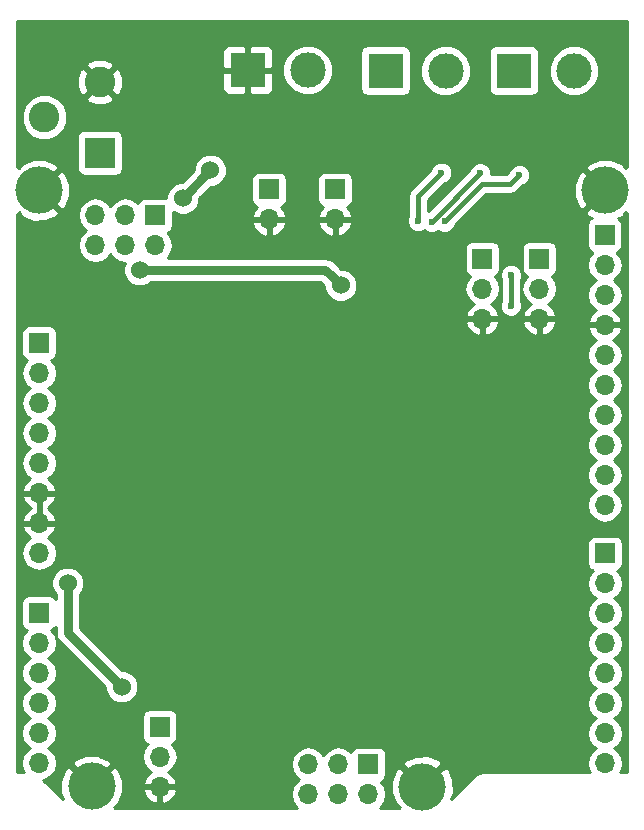
<source format=gbl>
G04 #@! TF.FileFunction,Copper,L2,Bot,Signal*
%FSLAX46Y46*%
G04 Gerber Fmt 4.6, Leading zero omitted, Abs format (unit mm)*
G04 Created by KiCad (PCBNEW 4.0.7) date 01/29/18 05:57:28*
%MOMM*%
%LPD*%
G01*
G04 APERTURE LIST*
%ADD10C,0.100000*%
%ADD11R,1.700000X1.700000*%
%ADD12O,1.700000X1.700000*%
%ADD13R,2.600000X2.600000*%
%ADD14C,2.600000*%
%ADD15R,3.000000X3.000000*%
%ADD16C,3.000000*%
%ADD17C,4.000000*%
%ADD18C,1.524000*%
%ADD19C,0.600000*%
%ADD20C,0.762000*%
%ADD21C,0.406400*%
%ADD22C,0.254000*%
G04 APERTURE END LIST*
D10*
D11*
X142524480Y-124871480D03*
D12*
X142524480Y-127411480D03*
X139984480Y-124871480D03*
X139984480Y-127411480D03*
X137444480Y-124871480D03*
X137444480Y-127411480D03*
D13*
X119788940Y-73086480D03*
D14*
X119788940Y-67086480D03*
X115088940Y-70086480D03*
D11*
X124477780Y-78381860D03*
D12*
X124477780Y-80921860D03*
X121937780Y-78381860D03*
X121937780Y-80921860D03*
X119397780Y-78381860D03*
X119397780Y-80921860D03*
D11*
X114635280Y-112049560D03*
D12*
X114635280Y-114589560D03*
X114635280Y-117129560D03*
X114635280Y-119669560D03*
X114635280Y-122209560D03*
X114635280Y-124749560D03*
D15*
X132298440Y-66083180D03*
D16*
X137378440Y-66083180D03*
D15*
X143972280Y-66131440D03*
D16*
X149052280Y-66131440D03*
D11*
X162532060Y-80050640D03*
D12*
X162532060Y-82590640D03*
X162532060Y-85130640D03*
X162532060Y-87670640D03*
X162532060Y-90210640D03*
X162532060Y-92750640D03*
X162532060Y-95290640D03*
X162532060Y-97830640D03*
X162532060Y-100370640D03*
X162532060Y-102910640D03*
D11*
X162554920Y-107010200D03*
D12*
X162554920Y-109550200D03*
X162554920Y-112090200D03*
X162554920Y-114630200D03*
X162554920Y-117170200D03*
X162554920Y-119710200D03*
X162554920Y-122250200D03*
X162554920Y-124790200D03*
D15*
X154848560Y-66136520D03*
D16*
X159928560Y-66136520D03*
D11*
X156989780Y-82064860D03*
D12*
X156989780Y-84604860D03*
X156989780Y-87144860D03*
D11*
X152163780Y-82064860D03*
D12*
X152163780Y-84604860D03*
X152163780Y-87144860D03*
D17*
X114632740Y-76271120D03*
X119085360Y-126746000D03*
X147093940Y-126756160D03*
D11*
X124858780Y-121688860D03*
D12*
X124858780Y-124228860D03*
X124858780Y-126768860D03*
D11*
X114640360Y-89207340D03*
D12*
X114640360Y-91747340D03*
X114640360Y-94287340D03*
X114640360Y-96827340D03*
X114640360Y-99367340D03*
X114640360Y-101907340D03*
X114640360Y-104447340D03*
X114640360Y-106987340D03*
D17*
X162590480Y-76250800D03*
D11*
X134112000Y-76200000D03*
D12*
X134112000Y-78740000D03*
D11*
X139700000Y-76200000D03*
D12*
X139700000Y-78740000D03*
D18*
X151993600Y-78841600D03*
X121627900Y-118295420D03*
X117050820Y-109522260D03*
X129136140Y-74576940D03*
X126819660Y-76944220D03*
X140165976Y-84307030D03*
X123167140Y-82999580D03*
D19*
X146743420Y-78892400D03*
X148709380Y-74767440D03*
X147868640Y-78910180D03*
X151985980Y-74792840D03*
X148968460Y-78907640D03*
X155303220Y-74963020D03*
X154592020Y-83416140D03*
X154581860Y-86042500D03*
D20*
X117050820Y-109522260D02*
X117050820Y-113718340D01*
X117050820Y-113718340D02*
X121627900Y-118295420D01*
X126819660Y-76944220D02*
X126819660Y-76893420D01*
X126819660Y-76893420D02*
X129136140Y-74576940D01*
X139403977Y-83545031D02*
X140165976Y-84307030D01*
X123167140Y-82999580D02*
X138858526Y-82999580D01*
X138858526Y-82999580D02*
X139403977Y-83545031D01*
D21*
X148709380Y-74767440D02*
X146743420Y-76733400D01*
X146743420Y-76733400D02*
X146743420Y-78892400D01*
X151985980Y-74792840D02*
X147868640Y-78910180D01*
X154525980Y-75740260D02*
X152135840Y-75740260D01*
X152135840Y-75740260D02*
X148968460Y-78907640D01*
X155303220Y-74963020D02*
X154525980Y-75740260D01*
X154581860Y-86042500D02*
X154581860Y-83426300D01*
X154581860Y-83426300D02*
X154592020Y-83416140D01*
D22*
G36*
X164380780Y-74280892D02*
X164285895Y-74375777D01*
X164065127Y-74005057D01*
X163093468Y-73611681D01*
X162045233Y-73620087D01*
X161115833Y-74005057D01*
X160895064Y-74375778D01*
X162590480Y-76071195D01*
X162604622Y-76057052D01*
X162784228Y-76236658D01*
X162770085Y-76250800D01*
X162784228Y-76264942D01*
X162604622Y-76444548D01*
X162590480Y-76430405D01*
X160895064Y-78125822D01*
X161115833Y-78496543D01*
X161415232Y-78617755D01*
X161230619Y-78736550D01*
X161085629Y-78948750D01*
X161034620Y-79200640D01*
X161034620Y-80900640D01*
X161078898Y-81135957D01*
X161217970Y-81352081D01*
X161430170Y-81497071D01*
X161497601Y-81510726D01*
X161452913Y-81540586D01*
X161131006Y-82022355D01*
X161017967Y-82590640D01*
X161131006Y-83158925D01*
X161452913Y-83640694D01*
X161782086Y-83860640D01*
X161452913Y-84080586D01*
X161131006Y-84562355D01*
X161017967Y-85130640D01*
X161131006Y-85698925D01*
X161452913Y-86180694D01*
X161793613Y-86408342D01*
X161650702Y-86475457D01*
X161260415Y-86903716D01*
X161090584Y-87313750D01*
X161211905Y-87543640D01*
X162405060Y-87543640D01*
X162405060Y-87523640D01*
X162659060Y-87523640D01*
X162659060Y-87543640D01*
X163852215Y-87543640D01*
X163973536Y-87313750D01*
X163803705Y-86903716D01*
X163413418Y-86475457D01*
X163270507Y-86408342D01*
X163611207Y-86180694D01*
X163933114Y-85698925D01*
X164046153Y-85130640D01*
X163933114Y-84562355D01*
X163611207Y-84080586D01*
X163282034Y-83860640D01*
X163611207Y-83640694D01*
X163933114Y-83158925D01*
X164046153Y-82590640D01*
X163933114Y-82022355D01*
X163611207Y-81540586D01*
X163569608Y-81512790D01*
X163617377Y-81503802D01*
X163833501Y-81364730D01*
X163978491Y-81152530D01*
X164029500Y-80900640D01*
X164029500Y-79200640D01*
X163985222Y-78965323D01*
X163846150Y-78749199D01*
X163698583Y-78648371D01*
X164065127Y-78496543D01*
X164285895Y-78125823D01*
X164380780Y-78220708D01*
X164380780Y-125545313D01*
X163831422Y-125544891D01*
X163955974Y-125358485D01*
X164069013Y-124790200D01*
X163955974Y-124221915D01*
X163634067Y-123740146D01*
X163304894Y-123520200D01*
X163634067Y-123300254D01*
X163955974Y-122818485D01*
X164069013Y-122250200D01*
X163955974Y-121681915D01*
X163634067Y-121200146D01*
X163304894Y-120980200D01*
X163634067Y-120760254D01*
X163955974Y-120278485D01*
X164069013Y-119710200D01*
X163955974Y-119141915D01*
X163634067Y-118660146D01*
X163304894Y-118440200D01*
X163634067Y-118220254D01*
X163955974Y-117738485D01*
X164069013Y-117170200D01*
X163955974Y-116601915D01*
X163634067Y-116120146D01*
X163304894Y-115900200D01*
X163634067Y-115680254D01*
X163955974Y-115198485D01*
X164069013Y-114630200D01*
X163955974Y-114061915D01*
X163634067Y-113580146D01*
X163304894Y-113360200D01*
X163634067Y-113140254D01*
X163955974Y-112658485D01*
X164069013Y-112090200D01*
X163955974Y-111521915D01*
X163634067Y-111040146D01*
X163304894Y-110820200D01*
X163634067Y-110600254D01*
X163955974Y-110118485D01*
X164069013Y-109550200D01*
X163955974Y-108981915D01*
X163634067Y-108500146D01*
X163592468Y-108472350D01*
X163640237Y-108463362D01*
X163856361Y-108324290D01*
X164001351Y-108112090D01*
X164052360Y-107860200D01*
X164052360Y-106160200D01*
X164008082Y-105924883D01*
X163869010Y-105708759D01*
X163656810Y-105563769D01*
X163404920Y-105512760D01*
X161704920Y-105512760D01*
X161469603Y-105557038D01*
X161253479Y-105696110D01*
X161108489Y-105908310D01*
X161057480Y-106160200D01*
X161057480Y-107860200D01*
X161101758Y-108095517D01*
X161240830Y-108311641D01*
X161453030Y-108456631D01*
X161520461Y-108470286D01*
X161475773Y-108500146D01*
X161153866Y-108981915D01*
X161040827Y-109550200D01*
X161153866Y-110118485D01*
X161475773Y-110600254D01*
X161804946Y-110820200D01*
X161475773Y-111040146D01*
X161153866Y-111521915D01*
X161040827Y-112090200D01*
X161153866Y-112658485D01*
X161475773Y-113140254D01*
X161804946Y-113360200D01*
X161475773Y-113580146D01*
X161153866Y-114061915D01*
X161040827Y-114630200D01*
X161153866Y-115198485D01*
X161475773Y-115680254D01*
X161804946Y-115900200D01*
X161475773Y-116120146D01*
X161153866Y-116601915D01*
X161040827Y-117170200D01*
X161153866Y-117738485D01*
X161475773Y-118220254D01*
X161804946Y-118440200D01*
X161475773Y-118660146D01*
X161153866Y-119141915D01*
X161040827Y-119710200D01*
X161153866Y-120278485D01*
X161475773Y-120760254D01*
X161804946Y-120980200D01*
X161475773Y-121200146D01*
X161153866Y-121681915D01*
X161040827Y-122250200D01*
X161153866Y-122818485D01*
X161475773Y-123300254D01*
X161804946Y-123520200D01*
X161475773Y-123740146D01*
X161153866Y-124221915D01*
X161040827Y-124790200D01*
X161153866Y-125358485D01*
X161277105Y-125542926D01*
X152091326Y-125535860D01*
X152091052Y-125535914D01*
X152090780Y-125535860D01*
X151955416Y-125562786D01*
X151819580Y-125589697D01*
X151819348Y-125589852D01*
X151819075Y-125589906D01*
X151704196Y-125666665D01*
X151589120Y-125743428D01*
X151588965Y-125743660D01*
X151588734Y-125743814D01*
X149501543Y-127831005D01*
X149733059Y-127259148D01*
X149724653Y-126210913D01*
X149339683Y-125281513D01*
X148968962Y-125060744D01*
X147273545Y-126756160D01*
X147287688Y-126770302D01*
X147108082Y-126949908D01*
X147093940Y-126935765D01*
X147079798Y-126949908D01*
X146900192Y-126770302D01*
X146914335Y-126756160D01*
X145218918Y-125060744D01*
X144848197Y-125281513D01*
X144454821Y-126253172D01*
X144463227Y-127301407D01*
X144848197Y-128230807D01*
X145218917Y-128451575D01*
X145124632Y-128545860D01*
X143491872Y-128545860D01*
X143574534Y-128490627D01*
X143896441Y-128008858D01*
X144009480Y-127440573D01*
X144009480Y-127382387D01*
X143896441Y-126814102D01*
X143574534Y-126332333D01*
X143573301Y-126331509D01*
X143609797Y-126324642D01*
X143825921Y-126185570D01*
X143970911Y-125973370D01*
X144021920Y-125721480D01*
X144021920Y-124881138D01*
X145398524Y-124881138D01*
X147093940Y-126576555D01*
X148789356Y-124881138D01*
X148568587Y-124510417D01*
X147596928Y-124117041D01*
X146548693Y-124125447D01*
X145619293Y-124510417D01*
X145398524Y-124881138D01*
X144021920Y-124881138D01*
X144021920Y-124021480D01*
X143977642Y-123786163D01*
X143838570Y-123570039D01*
X143626370Y-123425049D01*
X143374480Y-123374040D01*
X141674480Y-123374040D01*
X141439163Y-123418318D01*
X141223039Y-123557390D01*
X141078049Y-123769590D01*
X141064394Y-123837021D01*
X141034534Y-123792333D01*
X140552765Y-123470426D01*
X139984480Y-123357387D01*
X139416195Y-123470426D01*
X138934426Y-123792333D01*
X138714480Y-124121506D01*
X138494534Y-123792333D01*
X138012765Y-123470426D01*
X137444480Y-123357387D01*
X136876195Y-123470426D01*
X136394426Y-123792333D01*
X136072519Y-124274102D01*
X135959480Y-124842387D01*
X135959480Y-124900573D01*
X136072519Y-125468858D01*
X136394426Y-125950627D01*
X136680058Y-126141480D01*
X136394426Y-126332333D01*
X136072519Y-126814102D01*
X135959480Y-127382387D01*
X135959480Y-127440573D01*
X136072519Y-128008858D01*
X136394426Y-128490627D01*
X136477088Y-128545860D01*
X121064828Y-128545860D01*
X120960383Y-128441415D01*
X121331103Y-128220647D01*
X121724479Y-127248988D01*
X121723491Y-127125750D01*
X123417304Y-127125750D01*
X123587135Y-127535784D01*
X123977422Y-127964043D01*
X124501888Y-128210346D01*
X124731780Y-128089679D01*
X124731780Y-126895860D01*
X124985780Y-126895860D01*
X124985780Y-128089679D01*
X125215672Y-128210346D01*
X125740138Y-127964043D01*
X126130425Y-127535784D01*
X126300256Y-127125750D01*
X126178935Y-126895860D01*
X124985780Y-126895860D01*
X124731780Y-126895860D01*
X123538625Y-126895860D01*
X123417304Y-127125750D01*
X121723491Y-127125750D01*
X121716073Y-126200753D01*
X121331103Y-125271353D01*
X120960382Y-125050584D01*
X119264965Y-126746000D01*
X119279108Y-126760142D01*
X119099502Y-126939748D01*
X119085360Y-126925605D01*
X119071218Y-126939748D01*
X118891612Y-126760142D01*
X118905755Y-126746000D01*
X117210338Y-125050584D01*
X116839617Y-125271353D01*
X116446241Y-126243012D01*
X116454647Y-127291247D01*
X116684024Y-127845012D01*
X115005681Y-126166669D01*
X115232658Y-126121521D01*
X115714427Y-125799614D01*
X116036334Y-125317845D01*
X116125221Y-124870978D01*
X117389944Y-124870978D01*
X119085360Y-126566395D01*
X120780776Y-124870978D01*
X120560007Y-124500257D01*
X119889643Y-124228860D01*
X123344687Y-124228860D01*
X123457726Y-124797145D01*
X123779633Y-125278914D01*
X124120333Y-125506562D01*
X123977422Y-125573677D01*
X123587135Y-126001936D01*
X123417304Y-126411970D01*
X123538625Y-126641860D01*
X124731780Y-126641860D01*
X124731780Y-126621860D01*
X124985780Y-126621860D01*
X124985780Y-126641860D01*
X126178935Y-126641860D01*
X126300256Y-126411970D01*
X126130425Y-126001936D01*
X125740138Y-125573677D01*
X125597227Y-125506562D01*
X125937927Y-125278914D01*
X126259834Y-124797145D01*
X126372873Y-124228860D01*
X126259834Y-123660575D01*
X125937927Y-123178806D01*
X125896328Y-123151010D01*
X125944097Y-123142022D01*
X126160221Y-123002950D01*
X126305211Y-122790750D01*
X126356220Y-122538860D01*
X126356220Y-120838860D01*
X126311942Y-120603543D01*
X126172870Y-120387419D01*
X125960670Y-120242429D01*
X125708780Y-120191420D01*
X124008780Y-120191420D01*
X123773463Y-120235698D01*
X123557339Y-120374770D01*
X123412349Y-120586970D01*
X123361340Y-120838860D01*
X123361340Y-122538860D01*
X123405618Y-122774177D01*
X123544690Y-122990301D01*
X123756890Y-123135291D01*
X123824321Y-123148946D01*
X123779633Y-123178806D01*
X123457726Y-123660575D01*
X123344687Y-124228860D01*
X119889643Y-124228860D01*
X119588348Y-124106881D01*
X118540113Y-124115287D01*
X117610713Y-124500257D01*
X117389944Y-124870978D01*
X116125221Y-124870978D01*
X116149373Y-124749560D01*
X116036334Y-124181275D01*
X115714427Y-123699506D01*
X115385254Y-123479560D01*
X115714427Y-123259614D01*
X116036334Y-122777845D01*
X116149373Y-122209560D01*
X116036334Y-121641275D01*
X115714427Y-121159506D01*
X115385254Y-120939560D01*
X115714427Y-120719614D01*
X116036334Y-120237845D01*
X116149373Y-119669560D01*
X116036334Y-119101275D01*
X115714427Y-118619506D01*
X115385254Y-118399560D01*
X115714427Y-118179614D01*
X116036334Y-117697845D01*
X116149373Y-117129560D01*
X116036334Y-116561275D01*
X115714427Y-116079506D01*
X115385254Y-115859560D01*
X115714427Y-115639614D01*
X116036334Y-115157845D01*
X116149373Y-114589560D01*
X116036334Y-114021275D01*
X115714427Y-113539506D01*
X115672828Y-113511710D01*
X115720597Y-113502722D01*
X115936721Y-113363650D01*
X116034820Y-113220077D01*
X116034820Y-113718340D01*
X116095077Y-114021275D01*
X116112158Y-114107147D01*
X116332400Y-114436760D01*
X120230865Y-118335226D01*
X120230658Y-118572081D01*
X120442890Y-119085723D01*
X120835530Y-119479049D01*
X121348800Y-119692177D01*
X121904561Y-119692662D01*
X122418203Y-119480430D01*
X122811529Y-119087790D01*
X123024657Y-118574520D01*
X123025142Y-118018759D01*
X122812910Y-117505117D01*
X122420270Y-117111791D01*
X121907000Y-116898663D01*
X121667775Y-116898454D01*
X118066820Y-113297500D01*
X118066820Y-110481967D01*
X118234449Y-110314630D01*
X118447577Y-109801360D01*
X118448062Y-109245599D01*
X118235830Y-108731957D01*
X117843190Y-108338631D01*
X117329920Y-108125503D01*
X116774159Y-108125018D01*
X116260517Y-108337250D01*
X115867191Y-108729890D01*
X115654063Y-109243160D01*
X115653578Y-109798921D01*
X115865810Y-110312563D01*
X116034820Y-110481868D01*
X116034820Y-110880912D01*
X115949370Y-110748119D01*
X115737170Y-110603129D01*
X115485280Y-110552120D01*
X113785280Y-110552120D01*
X113549963Y-110596398D01*
X113333839Y-110735470D01*
X113188849Y-110947670D01*
X113137840Y-111199560D01*
X113137840Y-112899560D01*
X113182118Y-113134877D01*
X113321190Y-113351001D01*
X113533390Y-113495991D01*
X113600821Y-113509646D01*
X113556133Y-113539506D01*
X113234226Y-114021275D01*
X113121187Y-114589560D01*
X113234226Y-115157845D01*
X113556133Y-115639614D01*
X113885306Y-115859560D01*
X113556133Y-116079506D01*
X113234226Y-116561275D01*
X113121187Y-117129560D01*
X113234226Y-117697845D01*
X113556133Y-118179614D01*
X113885306Y-118399560D01*
X113556133Y-118619506D01*
X113234226Y-119101275D01*
X113121187Y-119669560D01*
X113234226Y-120237845D01*
X113556133Y-120719614D01*
X113885306Y-120939560D01*
X113556133Y-121159506D01*
X113234226Y-121641275D01*
X113121187Y-122209560D01*
X113234226Y-122777845D01*
X113556133Y-123259614D01*
X113885306Y-123479560D01*
X113556133Y-123699506D01*
X113234226Y-124181275D01*
X113121187Y-124749560D01*
X113234226Y-125317845D01*
X113386580Y-125545860D01*
X112800780Y-125545860D01*
X112800780Y-106987340D01*
X113126267Y-106987340D01*
X113239306Y-107555625D01*
X113561213Y-108037394D01*
X114042982Y-108359301D01*
X114611267Y-108472340D01*
X114669453Y-108472340D01*
X115237738Y-108359301D01*
X115719507Y-108037394D01*
X116041414Y-107555625D01*
X116154453Y-106987340D01*
X116041414Y-106419055D01*
X115719507Y-105937286D01*
X115378807Y-105709638D01*
X115521718Y-105642523D01*
X115912005Y-105214264D01*
X116081836Y-104804230D01*
X115960515Y-104574340D01*
X114767360Y-104574340D01*
X114767360Y-104594340D01*
X114513360Y-104594340D01*
X114513360Y-104574340D01*
X113320205Y-104574340D01*
X113198884Y-104804230D01*
X113368715Y-105214264D01*
X113759002Y-105642523D01*
X113901913Y-105709638D01*
X113561213Y-105937286D01*
X113239306Y-106419055D01*
X113126267Y-106987340D01*
X112800780Y-106987340D01*
X112800780Y-102264230D01*
X113198884Y-102264230D01*
X113368715Y-102674264D01*
X113759002Y-103102523D01*
X113918314Y-103177340D01*
X113759002Y-103252157D01*
X113368715Y-103680416D01*
X113198884Y-104090450D01*
X113320205Y-104320340D01*
X114513360Y-104320340D01*
X114513360Y-102034340D01*
X114767360Y-102034340D01*
X114767360Y-104320340D01*
X115960515Y-104320340D01*
X116081836Y-104090450D01*
X115912005Y-103680416D01*
X115521718Y-103252157D01*
X115362406Y-103177340D01*
X115521718Y-103102523D01*
X115912005Y-102674264D01*
X116081836Y-102264230D01*
X115960515Y-102034340D01*
X114767360Y-102034340D01*
X114513360Y-102034340D01*
X113320205Y-102034340D01*
X113198884Y-102264230D01*
X112800780Y-102264230D01*
X112800780Y-91747340D01*
X113126267Y-91747340D01*
X113239306Y-92315625D01*
X113561213Y-92797394D01*
X113890386Y-93017340D01*
X113561213Y-93237286D01*
X113239306Y-93719055D01*
X113126267Y-94287340D01*
X113239306Y-94855625D01*
X113561213Y-95337394D01*
X113890386Y-95557340D01*
X113561213Y-95777286D01*
X113239306Y-96259055D01*
X113126267Y-96827340D01*
X113239306Y-97395625D01*
X113561213Y-97877394D01*
X113890386Y-98097340D01*
X113561213Y-98317286D01*
X113239306Y-98799055D01*
X113126267Y-99367340D01*
X113239306Y-99935625D01*
X113561213Y-100417394D01*
X113901913Y-100645042D01*
X113759002Y-100712157D01*
X113368715Y-101140416D01*
X113198884Y-101550450D01*
X113320205Y-101780340D01*
X114513360Y-101780340D01*
X114513360Y-101760340D01*
X114767360Y-101760340D01*
X114767360Y-101780340D01*
X115960515Y-101780340D01*
X116081836Y-101550450D01*
X115912005Y-101140416D01*
X115521718Y-100712157D01*
X115378807Y-100645042D01*
X115719507Y-100417394D01*
X116041414Y-99935625D01*
X116154453Y-99367340D01*
X116041414Y-98799055D01*
X115719507Y-98317286D01*
X115390334Y-98097340D01*
X115719507Y-97877394D01*
X116041414Y-97395625D01*
X116154453Y-96827340D01*
X116041414Y-96259055D01*
X115719507Y-95777286D01*
X115390334Y-95557340D01*
X115719507Y-95337394D01*
X116041414Y-94855625D01*
X116154453Y-94287340D01*
X116041414Y-93719055D01*
X115719507Y-93237286D01*
X115390334Y-93017340D01*
X115719507Y-92797394D01*
X116041414Y-92315625D01*
X116154453Y-91747340D01*
X116041414Y-91179055D01*
X115719507Y-90697286D01*
X115677908Y-90669490D01*
X115725677Y-90660502D01*
X115941801Y-90521430D01*
X116086791Y-90309230D01*
X116106755Y-90210640D01*
X161017967Y-90210640D01*
X161131006Y-90778925D01*
X161452913Y-91260694D01*
X161782086Y-91480640D01*
X161452913Y-91700586D01*
X161131006Y-92182355D01*
X161017967Y-92750640D01*
X161131006Y-93318925D01*
X161452913Y-93800694D01*
X161782086Y-94020640D01*
X161452913Y-94240586D01*
X161131006Y-94722355D01*
X161017967Y-95290640D01*
X161131006Y-95858925D01*
X161452913Y-96340694D01*
X161782086Y-96560640D01*
X161452913Y-96780586D01*
X161131006Y-97262355D01*
X161017967Y-97830640D01*
X161131006Y-98398925D01*
X161452913Y-98880694D01*
X161782086Y-99100640D01*
X161452913Y-99320586D01*
X161131006Y-99802355D01*
X161017967Y-100370640D01*
X161131006Y-100938925D01*
X161452913Y-101420694D01*
X161782086Y-101640640D01*
X161452913Y-101860586D01*
X161131006Y-102342355D01*
X161017967Y-102910640D01*
X161131006Y-103478925D01*
X161452913Y-103960694D01*
X161934682Y-104282601D01*
X162502967Y-104395640D01*
X162561153Y-104395640D01*
X163129438Y-104282601D01*
X163611207Y-103960694D01*
X163933114Y-103478925D01*
X164046153Y-102910640D01*
X163933114Y-102342355D01*
X163611207Y-101860586D01*
X163282034Y-101640640D01*
X163611207Y-101420694D01*
X163933114Y-100938925D01*
X164046153Y-100370640D01*
X163933114Y-99802355D01*
X163611207Y-99320586D01*
X163282034Y-99100640D01*
X163611207Y-98880694D01*
X163933114Y-98398925D01*
X164046153Y-97830640D01*
X163933114Y-97262355D01*
X163611207Y-96780586D01*
X163282034Y-96560640D01*
X163611207Y-96340694D01*
X163933114Y-95858925D01*
X164046153Y-95290640D01*
X163933114Y-94722355D01*
X163611207Y-94240586D01*
X163282034Y-94020640D01*
X163611207Y-93800694D01*
X163933114Y-93318925D01*
X164046153Y-92750640D01*
X163933114Y-92182355D01*
X163611207Y-91700586D01*
X163282034Y-91480640D01*
X163611207Y-91260694D01*
X163933114Y-90778925D01*
X164046153Y-90210640D01*
X163933114Y-89642355D01*
X163611207Y-89160586D01*
X163270507Y-88932938D01*
X163413418Y-88865823D01*
X163803705Y-88437564D01*
X163973536Y-88027530D01*
X163852215Y-87797640D01*
X162659060Y-87797640D01*
X162659060Y-87817640D01*
X162405060Y-87817640D01*
X162405060Y-87797640D01*
X161211905Y-87797640D01*
X161090584Y-88027530D01*
X161260415Y-88437564D01*
X161650702Y-88865823D01*
X161793613Y-88932938D01*
X161452913Y-89160586D01*
X161131006Y-89642355D01*
X161017967Y-90210640D01*
X116106755Y-90210640D01*
X116137800Y-90057340D01*
X116137800Y-88357340D01*
X116093522Y-88122023D01*
X115954450Y-87905899D01*
X115742250Y-87760909D01*
X115490360Y-87709900D01*
X113790360Y-87709900D01*
X113555043Y-87754178D01*
X113338919Y-87893250D01*
X113193929Y-88105450D01*
X113142920Y-88357340D01*
X113142920Y-90057340D01*
X113187198Y-90292657D01*
X113326270Y-90508781D01*
X113538470Y-90653771D01*
X113605901Y-90667426D01*
X113561213Y-90697286D01*
X113239306Y-91179055D01*
X113126267Y-91747340D01*
X112800780Y-91747340D01*
X112800780Y-87501750D01*
X150722304Y-87501750D01*
X150892135Y-87911784D01*
X151282422Y-88340043D01*
X151806888Y-88586346D01*
X152036780Y-88465679D01*
X152036780Y-87271860D01*
X152290780Y-87271860D01*
X152290780Y-88465679D01*
X152520672Y-88586346D01*
X153045138Y-88340043D01*
X153435425Y-87911784D01*
X153605256Y-87501750D01*
X155548304Y-87501750D01*
X155718135Y-87911784D01*
X156108422Y-88340043D01*
X156632888Y-88586346D01*
X156862780Y-88465679D01*
X156862780Y-87271860D01*
X157116780Y-87271860D01*
X157116780Y-88465679D01*
X157346672Y-88586346D01*
X157871138Y-88340043D01*
X158261425Y-87911784D01*
X158431256Y-87501750D01*
X158309935Y-87271860D01*
X157116780Y-87271860D01*
X156862780Y-87271860D01*
X155669625Y-87271860D01*
X155548304Y-87501750D01*
X153605256Y-87501750D01*
X153483935Y-87271860D01*
X152290780Y-87271860D01*
X152036780Y-87271860D01*
X150843625Y-87271860D01*
X150722304Y-87501750D01*
X112800780Y-87501750D01*
X112800780Y-78235100D01*
X112824574Y-78258894D01*
X112937325Y-78146143D01*
X113158093Y-78516863D01*
X114129752Y-78910239D01*
X115177987Y-78901833D01*
X116107387Y-78516863D01*
X116205108Y-78352767D01*
X117912780Y-78352767D01*
X117912780Y-78410953D01*
X118025819Y-78979238D01*
X118347726Y-79461007D01*
X118633358Y-79651860D01*
X118347726Y-79842713D01*
X118025819Y-80324482D01*
X117912780Y-80892767D01*
X117912780Y-80950953D01*
X118025819Y-81519238D01*
X118347726Y-82001007D01*
X118829495Y-82322914D01*
X119397780Y-82435953D01*
X119966065Y-82322914D01*
X120447834Y-82001007D01*
X120667780Y-81671834D01*
X120887726Y-82001007D01*
X121369495Y-82322914D01*
X121892286Y-82426904D01*
X121770383Y-82720480D01*
X121769898Y-83276241D01*
X121982130Y-83789883D01*
X122374770Y-84183209D01*
X122888040Y-84396337D01*
X123443801Y-84396822D01*
X123957443Y-84184590D01*
X124126748Y-84015580D01*
X138437685Y-84015580D01*
X138685556Y-84263451D01*
X138685559Y-84263453D01*
X138768941Y-84346835D01*
X138768734Y-84583691D01*
X138980966Y-85097333D01*
X139373606Y-85490659D01*
X139886876Y-85703787D01*
X140442637Y-85704272D01*
X140956279Y-85492040D01*
X141349605Y-85099400D01*
X141554955Y-84604860D01*
X150649687Y-84604860D01*
X150762726Y-85173145D01*
X151084633Y-85654914D01*
X151425333Y-85882562D01*
X151282422Y-85949677D01*
X150892135Y-86377936D01*
X150722304Y-86787970D01*
X150843625Y-87017860D01*
X152036780Y-87017860D01*
X152036780Y-86997860D01*
X152290780Y-86997860D01*
X152290780Y-87017860D01*
X153483935Y-87017860D01*
X153605256Y-86787970D01*
X153435425Y-86377936D01*
X153298480Y-86227667D01*
X153646698Y-86227667D01*
X153788743Y-86571443D01*
X154051533Y-86834692D01*
X154395061Y-86977338D01*
X154767027Y-86977662D01*
X155110803Y-86835617D01*
X155374052Y-86572827D01*
X155516698Y-86229299D01*
X155517022Y-85857333D01*
X155420060Y-85622666D01*
X155420060Y-84604860D01*
X155475687Y-84604860D01*
X155588726Y-85173145D01*
X155910633Y-85654914D01*
X156251333Y-85882562D01*
X156108422Y-85949677D01*
X155718135Y-86377936D01*
X155548304Y-86787970D01*
X155669625Y-87017860D01*
X156862780Y-87017860D01*
X156862780Y-86997860D01*
X157116780Y-86997860D01*
X157116780Y-87017860D01*
X158309935Y-87017860D01*
X158431256Y-86787970D01*
X158261425Y-86377936D01*
X157871138Y-85949677D01*
X157728227Y-85882562D01*
X158068927Y-85654914D01*
X158390834Y-85173145D01*
X158503873Y-84604860D01*
X158390834Y-84036575D01*
X158068927Y-83554806D01*
X158027328Y-83527010D01*
X158075097Y-83518022D01*
X158291221Y-83378950D01*
X158436211Y-83166750D01*
X158487220Y-82914860D01*
X158487220Y-81214860D01*
X158442942Y-80979543D01*
X158303870Y-80763419D01*
X158091670Y-80618429D01*
X157839780Y-80567420D01*
X156139780Y-80567420D01*
X155904463Y-80611698D01*
X155688339Y-80750770D01*
X155543349Y-80962970D01*
X155492340Y-81214860D01*
X155492340Y-82914860D01*
X155536618Y-83150177D01*
X155675690Y-83366301D01*
X155887890Y-83511291D01*
X155955321Y-83524946D01*
X155910633Y-83554806D01*
X155588726Y-84036575D01*
X155475687Y-84604860D01*
X155420060Y-84604860D01*
X155420060Y-83860136D01*
X155526858Y-83602939D01*
X155527182Y-83230973D01*
X155385137Y-82887197D01*
X155122347Y-82623948D01*
X154778819Y-82481302D01*
X154406853Y-82480978D01*
X154063077Y-82623023D01*
X153799828Y-82885813D01*
X153657182Y-83229341D01*
X153656858Y-83601307D01*
X153743660Y-83811384D01*
X153743660Y-85622972D01*
X153647022Y-85855701D01*
X153646698Y-86227667D01*
X153298480Y-86227667D01*
X153045138Y-85949677D01*
X152902227Y-85882562D01*
X153242927Y-85654914D01*
X153564834Y-85173145D01*
X153677873Y-84604860D01*
X153564834Y-84036575D01*
X153242927Y-83554806D01*
X153201328Y-83527010D01*
X153249097Y-83518022D01*
X153465221Y-83378950D01*
X153610211Y-83166750D01*
X153661220Y-82914860D01*
X153661220Y-81214860D01*
X153616942Y-80979543D01*
X153477870Y-80763419D01*
X153265670Y-80618429D01*
X153013780Y-80567420D01*
X151313780Y-80567420D01*
X151078463Y-80611698D01*
X150862339Y-80750770D01*
X150717349Y-80962970D01*
X150666340Y-81214860D01*
X150666340Y-82914860D01*
X150710618Y-83150177D01*
X150849690Y-83366301D01*
X151061890Y-83511291D01*
X151129321Y-83524946D01*
X151084633Y-83554806D01*
X150762726Y-84036575D01*
X150649687Y-84604860D01*
X141554955Y-84604860D01*
X141562733Y-84586130D01*
X141563218Y-84030369D01*
X141350986Y-83516727D01*
X140958346Y-83123401D01*
X140445076Y-82910273D01*
X140205850Y-82910064D01*
X140122399Y-82826613D01*
X140122397Y-82826610D01*
X139576946Y-82281160D01*
X139247333Y-82060918D01*
X139182826Y-82048087D01*
X138858526Y-81983580D01*
X125539478Y-81983580D01*
X125849741Y-81519238D01*
X125962780Y-80950953D01*
X125962780Y-80892767D01*
X125849741Y-80324482D01*
X125527834Y-79842713D01*
X125526601Y-79841889D01*
X125563097Y-79835022D01*
X125779221Y-79695950D01*
X125924211Y-79483750D01*
X125975220Y-79231860D01*
X125975220Y-79096890D01*
X132670524Y-79096890D01*
X132840355Y-79506924D01*
X133230642Y-79935183D01*
X133755108Y-80181486D01*
X133985000Y-80060819D01*
X133985000Y-78867000D01*
X134239000Y-78867000D01*
X134239000Y-80060819D01*
X134468892Y-80181486D01*
X134993358Y-79935183D01*
X135383645Y-79506924D01*
X135553476Y-79096890D01*
X138258524Y-79096890D01*
X138428355Y-79506924D01*
X138818642Y-79935183D01*
X139343108Y-80181486D01*
X139573000Y-80060819D01*
X139573000Y-78867000D01*
X139827000Y-78867000D01*
X139827000Y-80060819D01*
X140056892Y-80181486D01*
X140581358Y-79935183D01*
X140971645Y-79506924D01*
X141141476Y-79096890D01*
X141131279Y-79077567D01*
X145808258Y-79077567D01*
X145950303Y-79421343D01*
X146213093Y-79684592D01*
X146556621Y-79827238D01*
X146928587Y-79827562D01*
X147272363Y-79685517D01*
X147296968Y-79660955D01*
X147338313Y-79702372D01*
X147681841Y-79845018D01*
X148053807Y-79845342D01*
X148397583Y-79703297D01*
X148419626Y-79681293D01*
X148438133Y-79699832D01*
X148781661Y-79842478D01*
X149153627Y-79842802D01*
X149497403Y-79700757D01*
X149760652Y-79437967D01*
X149858024Y-79203470D01*
X152483034Y-76578460D01*
X154525980Y-76578460D01*
X154846746Y-76514656D01*
X155118677Y-76332957D01*
X155599266Y-75852368D01*
X155832163Y-75756137D01*
X155840502Y-75747812D01*
X159951361Y-75747812D01*
X159959767Y-76796047D01*
X160344737Y-77725447D01*
X160715458Y-77946216D01*
X162410875Y-76250800D01*
X160715458Y-74555384D01*
X160344737Y-74776153D01*
X159951361Y-75747812D01*
X155840502Y-75747812D01*
X156095412Y-75493347D01*
X156238058Y-75149819D01*
X156238382Y-74777853D01*
X156096337Y-74434077D01*
X155833547Y-74170828D01*
X155490019Y-74028182D01*
X155118053Y-74027858D01*
X154774277Y-74169903D01*
X154511028Y-74432693D01*
X154413656Y-74667190D01*
X154178786Y-74902060D01*
X152920886Y-74902060D01*
X152921142Y-74607673D01*
X152779097Y-74263897D01*
X152516307Y-74000648D01*
X152172779Y-73858002D01*
X151800813Y-73857678D01*
X151457037Y-73999723D01*
X151193788Y-74262513D01*
X151096416Y-74497010D01*
X147581620Y-78011806D01*
X147581620Y-77080594D01*
X149005426Y-75656788D01*
X149238323Y-75560557D01*
X149501572Y-75297767D01*
X149644218Y-74954239D01*
X149644542Y-74582273D01*
X149502497Y-74238497D01*
X149239707Y-73975248D01*
X148896179Y-73832602D01*
X148524213Y-73832278D01*
X148180437Y-73974323D01*
X147917188Y-74237113D01*
X147819816Y-74471610D01*
X146150723Y-76140703D01*
X145969024Y-76412634D01*
X145969024Y-76412635D01*
X145905220Y-76733400D01*
X145905220Y-78472872D01*
X145808582Y-78705601D01*
X145808258Y-79077567D01*
X141131279Y-79077567D01*
X141020155Y-78867000D01*
X139827000Y-78867000D01*
X139573000Y-78867000D01*
X138379845Y-78867000D01*
X138258524Y-79096890D01*
X135553476Y-79096890D01*
X135432155Y-78867000D01*
X134239000Y-78867000D01*
X133985000Y-78867000D01*
X132791845Y-78867000D01*
X132670524Y-79096890D01*
X125975220Y-79096890D01*
X125975220Y-78075688D01*
X126027290Y-78127849D01*
X126540560Y-78340977D01*
X127096321Y-78341462D01*
X127609963Y-78129230D01*
X128003289Y-77736590D01*
X128216417Y-77223320D01*
X128216670Y-76933250D01*
X129175945Y-75973975D01*
X129412801Y-75974182D01*
X129926443Y-75761950D01*
X130319769Y-75369310D01*
X130327787Y-75350000D01*
X132614560Y-75350000D01*
X132614560Y-77050000D01*
X132658838Y-77285317D01*
X132797910Y-77501441D01*
X133010110Y-77646431D01*
X133118107Y-77668301D01*
X132840355Y-77973076D01*
X132670524Y-78383110D01*
X132791845Y-78613000D01*
X133985000Y-78613000D01*
X133985000Y-78593000D01*
X134239000Y-78593000D01*
X134239000Y-78613000D01*
X135432155Y-78613000D01*
X135553476Y-78383110D01*
X135383645Y-77973076D01*
X135107499Y-77670063D01*
X135197317Y-77653162D01*
X135413441Y-77514090D01*
X135558431Y-77301890D01*
X135609440Y-77050000D01*
X135609440Y-75350000D01*
X138202560Y-75350000D01*
X138202560Y-77050000D01*
X138246838Y-77285317D01*
X138385910Y-77501441D01*
X138598110Y-77646431D01*
X138706107Y-77668301D01*
X138428355Y-77973076D01*
X138258524Y-78383110D01*
X138379845Y-78613000D01*
X139573000Y-78613000D01*
X139573000Y-78593000D01*
X139827000Y-78593000D01*
X139827000Y-78613000D01*
X141020155Y-78613000D01*
X141141476Y-78383110D01*
X140971645Y-77973076D01*
X140695499Y-77670063D01*
X140785317Y-77653162D01*
X141001441Y-77514090D01*
X141146431Y-77301890D01*
X141197440Y-77050000D01*
X141197440Y-75350000D01*
X141153162Y-75114683D01*
X141014090Y-74898559D01*
X140801890Y-74753569D01*
X140550000Y-74702560D01*
X138850000Y-74702560D01*
X138614683Y-74746838D01*
X138398559Y-74885910D01*
X138253569Y-75098110D01*
X138202560Y-75350000D01*
X135609440Y-75350000D01*
X135565162Y-75114683D01*
X135426090Y-74898559D01*
X135213890Y-74753569D01*
X134962000Y-74702560D01*
X133262000Y-74702560D01*
X133026683Y-74746838D01*
X132810559Y-74885910D01*
X132665569Y-75098110D01*
X132614560Y-75350000D01*
X130327787Y-75350000D01*
X130532897Y-74856040D01*
X130533382Y-74300279D01*
X130321150Y-73786637D01*
X129928510Y-73393311D01*
X129415240Y-73180183D01*
X128859479Y-73179698D01*
X128345837Y-73391930D01*
X127952511Y-73784570D01*
X127739383Y-74297840D01*
X127739174Y-74537065D01*
X126729099Y-75547140D01*
X126542999Y-75546978D01*
X126029357Y-75759210D01*
X125636031Y-76151850D01*
X125422903Y-76665120D01*
X125422695Y-76903641D01*
X125327780Y-76884420D01*
X123627780Y-76884420D01*
X123392463Y-76928698D01*
X123176339Y-77067770D01*
X123031349Y-77279970D01*
X123017694Y-77347401D01*
X122987834Y-77302713D01*
X122506065Y-76980806D01*
X121937780Y-76867767D01*
X121369495Y-76980806D01*
X120887726Y-77302713D01*
X120667780Y-77631886D01*
X120447834Y-77302713D01*
X119966065Y-76980806D01*
X119397780Y-76867767D01*
X118829495Y-76980806D01*
X118347726Y-77302713D01*
X118025819Y-77784482D01*
X117912780Y-78352767D01*
X116205108Y-78352767D01*
X116328156Y-78146142D01*
X114632740Y-76450725D01*
X114618598Y-76464868D01*
X114438992Y-76285262D01*
X114453135Y-76271120D01*
X114812345Y-76271120D01*
X116507762Y-77966536D01*
X116878483Y-77745767D01*
X117271859Y-76774108D01*
X117263453Y-75725873D01*
X116878483Y-74796473D01*
X116507762Y-74575704D01*
X114812345Y-76271120D01*
X114453135Y-76271120D01*
X114438992Y-76256978D01*
X114618598Y-76077372D01*
X114632740Y-76091515D01*
X116328156Y-74396098D01*
X116107387Y-74025377D01*
X115135728Y-73632001D01*
X114087493Y-73640407D01*
X113158093Y-74025377D01*
X112937325Y-74396097D01*
X112824574Y-74283346D01*
X112800780Y-74307140D01*
X112800780Y-70469687D01*
X113153605Y-70469687D01*
X113447570Y-71181138D01*
X113991419Y-71725937D01*
X114702356Y-72021143D01*
X115472147Y-72021815D01*
X116041702Y-71786480D01*
X117841500Y-71786480D01*
X117841500Y-74386480D01*
X117885778Y-74621797D01*
X118024850Y-74837921D01*
X118237050Y-74982911D01*
X118488940Y-75033920D01*
X121088940Y-75033920D01*
X121324257Y-74989642D01*
X121540381Y-74850570D01*
X121685371Y-74638370D01*
X121736380Y-74386480D01*
X121736380Y-71786480D01*
X121692102Y-71551163D01*
X121553030Y-71335039D01*
X121340830Y-71190049D01*
X121088940Y-71139040D01*
X118488940Y-71139040D01*
X118253623Y-71183318D01*
X118037499Y-71322390D01*
X117892509Y-71534590D01*
X117841500Y-71786480D01*
X116041702Y-71786480D01*
X116183598Y-71727850D01*
X116728397Y-71184001D01*
X117023603Y-70473064D01*
X117024275Y-69703273D01*
X116730310Y-68991822D01*
X116195362Y-68455939D01*
X118599086Y-68455939D01*
X118734444Y-68753935D01*
X119452820Y-69030546D01*
X120222367Y-69011190D01*
X120843436Y-68753935D01*
X120978794Y-68455939D01*
X119788940Y-67266085D01*
X118599086Y-68455939D01*
X116195362Y-68455939D01*
X116186461Y-68447023D01*
X115475524Y-68151817D01*
X114705733Y-68151145D01*
X113994282Y-68445110D01*
X113449483Y-68988959D01*
X113154277Y-69699896D01*
X113153605Y-70469687D01*
X112800780Y-70469687D01*
X112800780Y-66750360D01*
X117844874Y-66750360D01*
X117864230Y-67519907D01*
X118121485Y-68140976D01*
X118419481Y-68276334D01*
X119609335Y-67086480D01*
X119968545Y-67086480D01*
X121158399Y-68276334D01*
X121456395Y-68140976D01*
X121733006Y-67422600D01*
X121713650Y-66653053D01*
X121595963Y-66368930D01*
X130163440Y-66368930D01*
X130163440Y-67709490D01*
X130260113Y-67942879D01*
X130438742Y-68121507D01*
X130672131Y-68218180D01*
X132012690Y-68218180D01*
X132171440Y-68059430D01*
X132171440Y-66210180D01*
X132425440Y-66210180D01*
X132425440Y-68059430D01*
X132584190Y-68218180D01*
X133924749Y-68218180D01*
X134158138Y-68121507D01*
X134336767Y-67942879D01*
X134433440Y-67709490D01*
X134433440Y-66505995D01*
X135243070Y-66505995D01*
X135567420Y-67290980D01*
X136167481Y-67892089D01*
X136951899Y-68217808D01*
X137801255Y-68218550D01*
X138586240Y-67894200D01*
X139187349Y-67294139D01*
X139513068Y-66509721D01*
X139513810Y-65660365D01*
X139189460Y-64875380D01*
X138945946Y-64631440D01*
X141824840Y-64631440D01*
X141824840Y-67631440D01*
X141869118Y-67866757D01*
X142008190Y-68082881D01*
X142220390Y-68227871D01*
X142472280Y-68278880D01*
X145472280Y-68278880D01*
X145707597Y-68234602D01*
X145923721Y-68095530D01*
X146068711Y-67883330D01*
X146119720Y-67631440D01*
X146119720Y-66554255D01*
X146916910Y-66554255D01*
X147241260Y-67339240D01*
X147841321Y-67940349D01*
X148625739Y-68266068D01*
X149475095Y-68266810D01*
X150260080Y-67942460D01*
X150861189Y-67342399D01*
X151186908Y-66557981D01*
X151187650Y-65708625D01*
X150863300Y-64923640D01*
X150576681Y-64636520D01*
X152701120Y-64636520D01*
X152701120Y-67636520D01*
X152745398Y-67871837D01*
X152884470Y-68087961D01*
X153096670Y-68232951D01*
X153348560Y-68283960D01*
X156348560Y-68283960D01*
X156583877Y-68239682D01*
X156800001Y-68100610D01*
X156944991Y-67888410D01*
X156996000Y-67636520D01*
X156996000Y-66559335D01*
X157793190Y-66559335D01*
X158117540Y-67344320D01*
X158717601Y-67945429D01*
X159502019Y-68271148D01*
X160351375Y-68271890D01*
X161136360Y-67947540D01*
X161737469Y-67347479D01*
X162063188Y-66563061D01*
X162063930Y-65713705D01*
X161739580Y-64928720D01*
X161139519Y-64327611D01*
X160355101Y-64001892D01*
X159505745Y-64001150D01*
X158720760Y-64325500D01*
X158119651Y-64925561D01*
X157793932Y-65709979D01*
X157793190Y-66559335D01*
X156996000Y-66559335D01*
X156996000Y-64636520D01*
X156951722Y-64401203D01*
X156812650Y-64185079D01*
X156600450Y-64040089D01*
X156348560Y-63989080D01*
X153348560Y-63989080D01*
X153113243Y-64033358D01*
X152897119Y-64172430D01*
X152752129Y-64384630D01*
X152701120Y-64636520D01*
X150576681Y-64636520D01*
X150263239Y-64322531D01*
X149478821Y-63996812D01*
X148629465Y-63996070D01*
X147844480Y-64320420D01*
X147243371Y-64920481D01*
X146917652Y-65704899D01*
X146916910Y-66554255D01*
X146119720Y-66554255D01*
X146119720Y-64631440D01*
X146075442Y-64396123D01*
X145936370Y-64179999D01*
X145724170Y-64035009D01*
X145472280Y-63984000D01*
X142472280Y-63984000D01*
X142236963Y-64028278D01*
X142020839Y-64167350D01*
X141875849Y-64379550D01*
X141824840Y-64631440D01*
X138945946Y-64631440D01*
X138589399Y-64274271D01*
X137804981Y-63948552D01*
X136955625Y-63947810D01*
X136170640Y-64272160D01*
X135569531Y-64872221D01*
X135243812Y-65656639D01*
X135243070Y-66505995D01*
X134433440Y-66505995D01*
X134433440Y-66368930D01*
X134274690Y-66210180D01*
X132425440Y-66210180D01*
X132171440Y-66210180D01*
X130322190Y-66210180D01*
X130163440Y-66368930D01*
X121595963Y-66368930D01*
X121456395Y-66031984D01*
X121158399Y-65896626D01*
X119968545Y-67086480D01*
X119609335Y-67086480D01*
X118419481Y-65896626D01*
X118121485Y-66031984D01*
X117844874Y-66750360D01*
X112800780Y-66750360D01*
X112800780Y-65717021D01*
X118599086Y-65717021D01*
X119788940Y-66906875D01*
X120978794Y-65717021D01*
X120843436Y-65419025D01*
X120125060Y-65142414D01*
X119355513Y-65161770D01*
X118734444Y-65419025D01*
X118599086Y-65717021D01*
X112800780Y-65717021D01*
X112800780Y-64456870D01*
X130163440Y-64456870D01*
X130163440Y-65797430D01*
X130322190Y-65956180D01*
X132171440Y-65956180D01*
X132171440Y-64106930D01*
X132425440Y-64106930D01*
X132425440Y-65956180D01*
X134274690Y-65956180D01*
X134433440Y-65797430D01*
X134433440Y-64456870D01*
X134336767Y-64223481D01*
X134158138Y-64044853D01*
X133924749Y-63948180D01*
X132584190Y-63948180D01*
X132425440Y-64106930D01*
X132171440Y-64106930D01*
X132012690Y-63948180D01*
X130672131Y-63948180D01*
X130438742Y-64044853D01*
X130260113Y-64223481D01*
X130163440Y-64456870D01*
X112800780Y-64456870D01*
X112800780Y-61965860D01*
X164380780Y-61965860D01*
X164380780Y-74280892D01*
X164380780Y-74280892D01*
G37*
X164380780Y-74280892D02*
X164285895Y-74375777D01*
X164065127Y-74005057D01*
X163093468Y-73611681D01*
X162045233Y-73620087D01*
X161115833Y-74005057D01*
X160895064Y-74375778D01*
X162590480Y-76071195D01*
X162604622Y-76057052D01*
X162784228Y-76236658D01*
X162770085Y-76250800D01*
X162784228Y-76264942D01*
X162604622Y-76444548D01*
X162590480Y-76430405D01*
X160895064Y-78125822D01*
X161115833Y-78496543D01*
X161415232Y-78617755D01*
X161230619Y-78736550D01*
X161085629Y-78948750D01*
X161034620Y-79200640D01*
X161034620Y-80900640D01*
X161078898Y-81135957D01*
X161217970Y-81352081D01*
X161430170Y-81497071D01*
X161497601Y-81510726D01*
X161452913Y-81540586D01*
X161131006Y-82022355D01*
X161017967Y-82590640D01*
X161131006Y-83158925D01*
X161452913Y-83640694D01*
X161782086Y-83860640D01*
X161452913Y-84080586D01*
X161131006Y-84562355D01*
X161017967Y-85130640D01*
X161131006Y-85698925D01*
X161452913Y-86180694D01*
X161793613Y-86408342D01*
X161650702Y-86475457D01*
X161260415Y-86903716D01*
X161090584Y-87313750D01*
X161211905Y-87543640D01*
X162405060Y-87543640D01*
X162405060Y-87523640D01*
X162659060Y-87523640D01*
X162659060Y-87543640D01*
X163852215Y-87543640D01*
X163973536Y-87313750D01*
X163803705Y-86903716D01*
X163413418Y-86475457D01*
X163270507Y-86408342D01*
X163611207Y-86180694D01*
X163933114Y-85698925D01*
X164046153Y-85130640D01*
X163933114Y-84562355D01*
X163611207Y-84080586D01*
X163282034Y-83860640D01*
X163611207Y-83640694D01*
X163933114Y-83158925D01*
X164046153Y-82590640D01*
X163933114Y-82022355D01*
X163611207Y-81540586D01*
X163569608Y-81512790D01*
X163617377Y-81503802D01*
X163833501Y-81364730D01*
X163978491Y-81152530D01*
X164029500Y-80900640D01*
X164029500Y-79200640D01*
X163985222Y-78965323D01*
X163846150Y-78749199D01*
X163698583Y-78648371D01*
X164065127Y-78496543D01*
X164285895Y-78125823D01*
X164380780Y-78220708D01*
X164380780Y-125545313D01*
X163831422Y-125544891D01*
X163955974Y-125358485D01*
X164069013Y-124790200D01*
X163955974Y-124221915D01*
X163634067Y-123740146D01*
X163304894Y-123520200D01*
X163634067Y-123300254D01*
X163955974Y-122818485D01*
X164069013Y-122250200D01*
X163955974Y-121681915D01*
X163634067Y-121200146D01*
X163304894Y-120980200D01*
X163634067Y-120760254D01*
X163955974Y-120278485D01*
X164069013Y-119710200D01*
X163955974Y-119141915D01*
X163634067Y-118660146D01*
X163304894Y-118440200D01*
X163634067Y-118220254D01*
X163955974Y-117738485D01*
X164069013Y-117170200D01*
X163955974Y-116601915D01*
X163634067Y-116120146D01*
X163304894Y-115900200D01*
X163634067Y-115680254D01*
X163955974Y-115198485D01*
X164069013Y-114630200D01*
X163955974Y-114061915D01*
X163634067Y-113580146D01*
X163304894Y-113360200D01*
X163634067Y-113140254D01*
X163955974Y-112658485D01*
X164069013Y-112090200D01*
X163955974Y-111521915D01*
X163634067Y-111040146D01*
X163304894Y-110820200D01*
X163634067Y-110600254D01*
X163955974Y-110118485D01*
X164069013Y-109550200D01*
X163955974Y-108981915D01*
X163634067Y-108500146D01*
X163592468Y-108472350D01*
X163640237Y-108463362D01*
X163856361Y-108324290D01*
X164001351Y-108112090D01*
X164052360Y-107860200D01*
X164052360Y-106160200D01*
X164008082Y-105924883D01*
X163869010Y-105708759D01*
X163656810Y-105563769D01*
X163404920Y-105512760D01*
X161704920Y-105512760D01*
X161469603Y-105557038D01*
X161253479Y-105696110D01*
X161108489Y-105908310D01*
X161057480Y-106160200D01*
X161057480Y-107860200D01*
X161101758Y-108095517D01*
X161240830Y-108311641D01*
X161453030Y-108456631D01*
X161520461Y-108470286D01*
X161475773Y-108500146D01*
X161153866Y-108981915D01*
X161040827Y-109550200D01*
X161153866Y-110118485D01*
X161475773Y-110600254D01*
X161804946Y-110820200D01*
X161475773Y-111040146D01*
X161153866Y-111521915D01*
X161040827Y-112090200D01*
X161153866Y-112658485D01*
X161475773Y-113140254D01*
X161804946Y-113360200D01*
X161475773Y-113580146D01*
X161153866Y-114061915D01*
X161040827Y-114630200D01*
X161153866Y-115198485D01*
X161475773Y-115680254D01*
X161804946Y-115900200D01*
X161475773Y-116120146D01*
X161153866Y-116601915D01*
X161040827Y-117170200D01*
X161153866Y-117738485D01*
X161475773Y-118220254D01*
X161804946Y-118440200D01*
X161475773Y-118660146D01*
X161153866Y-119141915D01*
X161040827Y-119710200D01*
X161153866Y-120278485D01*
X161475773Y-120760254D01*
X161804946Y-120980200D01*
X161475773Y-121200146D01*
X161153866Y-121681915D01*
X161040827Y-122250200D01*
X161153866Y-122818485D01*
X161475773Y-123300254D01*
X161804946Y-123520200D01*
X161475773Y-123740146D01*
X161153866Y-124221915D01*
X161040827Y-124790200D01*
X161153866Y-125358485D01*
X161277105Y-125542926D01*
X152091326Y-125535860D01*
X152091052Y-125535914D01*
X152090780Y-125535860D01*
X151955416Y-125562786D01*
X151819580Y-125589697D01*
X151819348Y-125589852D01*
X151819075Y-125589906D01*
X151704196Y-125666665D01*
X151589120Y-125743428D01*
X151588965Y-125743660D01*
X151588734Y-125743814D01*
X149501543Y-127831005D01*
X149733059Y-127259148D01*
X149724653Y-126210913D01*
X149339683Y-125281513D01*
X148968962Y-125060744D01*
X147273545Y-126756160D01*
X147287688Y-126770302D01*
X147108082Y-126949908D01*
X147093940Y-126935765D01*
X147079798Y-126949908D01*
X146900192Y-126770302D01*
X146914335Y-126756160D01*
X145218918Y-125060744D01*
X144848197Y-125281513D01*
X144454821Y-126253172D01*
X144463227Y-127301407D01*
X144848197Y-128230807D01*
X145218917Y-128451575D01*
X145124632Y-128545860D01*
X143491872Y-128545860D01*
X143574534Y-128490627D01*
X143896441Y-128008858D01*
X144009480Y-127440573D01*
X144009480Y-127382387D01*
X143896441Y-126814102D01*
X143574534Y-126332333D01*
X143573301Y-126331509D01*
X143609797Y-126324642D01*
X143825921Y-126185570D01*
X143970911Y-125973370D01*
X144021920Y-125721480D01*
X144021920Y-124881138D01*
X145398524Y-124881138D01*
X147093940Y-126576555D01*
X148789356Y-124881138D01*
X148568587Y-124510417D01*
X147596928Y-124117041D01*
X146548693Y-124125447D01*
X145619293Y-124510417D01*
X145398524Y-124881138D01*
X144021920Y-124881138D01*
X144021920Y-124021480D01*
X143977642Y-123786163D01*
X143838570Y-123570039D01*
X143626370Y-123425049D01*
X143374480Y-123374040D01*
X141674480Y-123374040D01*
X141439163Y-123418318D01*
X141223039Y-123557390D01*
X141078049Y-123769590D01*
X141064394Y-123837021D01*
X141034534Y-123792333D01*
X140552765Y-123470426D01*
X139984480Y-123357387D01*
X139416195Y-123470426D01*
X138934426Y-123792333D01*
X138714480Y-124121506D01*
X138494534Y-123792333D01*
X138012765Y-123470426D01*
X137444480Y-123357387D01*
X136876195Y-123470426D01*
X136394426Y-123792333D01*
X136072519Y-124274102D01*
X135959480Y-124842387D01*
X135959480Y-124900573D01*
X136072519Y-125468858D01*
X136394426Y-125950627D01*
X136680058Y-126141480D01*
X136394426Y-126332333D01*
X136072519Y-126814102D01*
X135959480Y-127382387D01*
X135959480Y-127440573D01*
X136072519Y-128008858D01*
X136394426Y-128490627D01*
X136477088Y-128545860D01*
X121064828Y-128545860D01*
X120960383Y-128441415D01*
X121331103Y-128220647D01*
X121724479Y-127248988D01*
X121723491Y-127125750D01*
X123417304Y-127125750D01*
X123587135Y-127535784D01*
X123977422Y-127964043D01*
X124501888Y-128210346D01*
X124731780Y-128089679D01*
X124731780Y-126895860D01*
X124985780Y-126895860D01*
X124985780Y-128089679D01*
X125215672Y-128210346D01*
X125740138Y-127964043D01*
X126130425Y-127535784D01*
X126300256Y-127125750D01*
X126178935Y-126895860D01*
X124985780Y-126895860D01*
X124731780Y-126895860D01*
X123538625Y-126895860D01*
X123417304Y-127125750D01*
X121723491Y-127125750D01*
X121716073Y-126200753D01*
X121331103Y-125271353D01*
X120960382Y-125050584D01*
X119264965Y-126746000D01*
X119279108Y-126760142D01*
X119099502Y-126939748D01*
X119085360Y-126925605D01*
X119071218Y-126939748D01*
X118891612Y-126760142D01*
X118905755Y-126746000D01*
X117210338Y-125050584D01*
X116839617Y-125271353D01*
X116446241Y-126243012D01*
X116454647Y-127291247D01*
X116684024Y-127845012D01*
X115005681Y-126166669D01*
X115232658Y-126121521D01*
X115714427Y-125799614D01*
X116036334Y-125317845D01*
X116125221Y-124870978D01*
X117389944Y-124870978D01*
X119085360Y-126566395D01*
X120780776Y-124870978D01*
X120560007Y-124500257D01*
X119889643Y-124228860D01*
X123344687Y-124228860D01*
X123457726Y-124797145D01*
X123779633Y-125278914D01*
X124120333Y-125506562D01*
X123977422Y-125573677D01*
X123587135Y-126001936D01*
X123417304Y-126411970D01*
X123538625Y-126641860D01*
X124731780Y-126641860D01*
X124731780Y-126621860D01*
X124985780Y-126621860D01*
X124985780Y-126641860D01*
X126178935Y-126641860D01*
X126300256Y-126411970D01*
X126130425Y-126001936D01*
X125740138Y-125573677D01*
X125597227Y-125506562D01*
X125937927Y-125278914D01*
X126259834Y-124797145D01*
X126372873Y-124228860D01*
X126259834Y-123660575D01*
X125937927Y-123178806D01*
X125896328Y-123151010D01*
X125944097Y-123142022D01*
X126160221Y-123002950D01*
X126305211Y-122790750D01*
X126356220Y-122538860D01*
X126356220Y-120838860D01*
X126311942Y-120603543D01*
X126172870Y-120387419D01*
X125960670Y-120242429D01*
X125708780Y-120191420D01*
X124008780Y-120191420D01*
X123773463Y-120235698D01*
X123557339Y-120374770D01*
X123412349Y-120586970D01*
X123361340Y-120838860D01*
X123361340Y-122538860D01*
X123405618Y-122774177D01*
X123544690Y-122990301D01*
X123756890Y-123135291D01*
X123824321Y-123148946D01*
X123779633Y-123178806D01*
X123457726Y-123660575D01*
X123344687Y-124228860D01*
X119889643Y-124228860D01*
X119588348Y-124106881D01*
X118540113Y-124115287D01*
X117610713Y-124500257D01*
X117389944Y-124870978D01*
X116125221Y-124870978D01*
X116149373Y-124749560D01*
X116036334Y-124181275D01*
X115714427Y-123699506D01*
X115385254Y-123479560D01*
X115714427Y-123259614D01*
X116036334Y-122777845D01*
X116149373Y-122209560D01*
X116036334Y-121641275D01*
X115714427Y-121159506D01*
X115385254Y-120939560D01*
X115714427Y-120719614D01*
X116036334Y-120237845D01*
X116149373Y-119669560D01*
X116036334Y-119101275D01*
X115714427Y-118619506D01*
X115385254Y-118399560D01*
X115714427Y-118179614D01*
X116036334Y-117697845D01*
X116149373Y-117129560D01*
X116036334Y-116561275D01*
X115714427Y-116079506D01*
X115385254Y-115859560D01*
X115714427Y-115639614D01*
X116036334Y-115157845D01*
X116149373Y-114589560D01*
X116036334Y-114021275D01*
X115714427Y-113539506D01*
X115672828Y-113511710D01*
X115720597Y-113502722D01*
X115936721Y-113363650D01*
X116034820Y-113220077D01*
X116034820Y-113718340D01*
X116095077Y-114021275D01*
X116112158Y-114107147D01*
X116332400Y-114436760D01*
X120230865Y-118335226D01*
X120230658Y-118572081D01*
X120442890Y-119085723D01*
X120835530Y-119479049D01*
X121348800Y-119692177D01*
X121904561Y-119692662D01*
X122418203Y-119480430D01*
X122811529Y-119087790D01*
X123024657Y-118574520D01*
X123025142Y-118018759D01*
X122812910Y-117505117D01*
X122420270Y-117111791D01*
X121907000Y-116898663D01*
X121667775Y-116898454D01*
X118066820Y-113297500D01*
X118066820Y-110481967D01*
X118234449Y-110314630D01*
X118447577Y-109801360D01*
X118448062Y-109245599D01*
X118235830Y-108731957D01*
X117843190Y-108338631D01*
X117329920Y-108125503D01*
X116774159Y-108125018D01*
X116260517Y-108337250D01*
X115867191Y-108729890D01*
X115654063Y-109243160D01*
X115653578Y-109798921D01*
X115865810Y-110312563D01*
X116034820Y-110481868D01*
X116034820Y-110880912D01*
X115949370Y-110748119D01*
X115737170Y-110603129D01*
X115485280Y-110552120D01*
X113785280Y-110552120D01*
X113549963Y-110596398D01*
X113333839Y-110735470D01*
X113188849Y-110947670D01*
X113137840Y-111199560D01*
X113137840Y-112899560D01*
X113182118Y-113134877D01*
X113321190Y-113351001D01*
X113533390Y-113495991D01*
X113600821Y-113509646D01*
X113556133Y-113539506D01*
X113234226Y-114021275D01*
X113121187Y-114589560D01*
X113234226Y-115157845D01*
X113556133Y-115639614D01*
X113885306Y-115859560D01*
X113556133Y-116079506D01*
X113234226Y-116561275D01*
X113121187Y-117129560D01*
X113234226Y-117697845D01*
X113556133Y-118179614D01*
X113885306Y-118399560D01*
X113556133Y-118619506D01*
X113234226Y-119101275D01*
X113121187Y-119669560D01*
X113234226Y-120237845D01*
X113556133Y-120719614D01*
X113885306Y-120939560D01*
X113556133Y-121159506D01*
X113234226Y-121641275D01*
X113121187Y-122209560D01*
X113234226Y-122777845D01*
X113556133Y-123259614D01*
X113885306Y-123479560D01*
X113556133Y-123699506D01*
X113234226Y-124181275D01*
X113121187Y-124749560D01*
X113234226Y-125317845D01*
X113386580Y-125545860D01*
X112800780Y-125545860D01*
X112800780Y-106987340D01*
X113126267Y-106987340D01*
X113239306Y-107555625D01*
X113561213Y-108037394D01*
X114042982Y-108359301D01*
X114611267Y-108472340D01*
X114669453Y-108472340D01*
X115237738Y-108359301D01*
X115719507Y-108037394D01*
X116041414Y-107555625D01*
X116154453Y-106987340D01*
X116041414Y-106419055D01*
X115719507Y-105937286D01*
X115378807Y-105709638D01*
X115521718Y-105642523D01*
X115912005Y-105214264D01*
X116081836Y-104804230D01*
X115960515Y-104574340D01*
X114767360Y-104574340D01*
X114767360Y-104594340D01*
X114513360Y-104594340D01*
X114513360Y-104574340D01*
X113320205Y-104574340D01*
X113198884Y-104804230D01*
X113368715Y-105214264D01*
X113759002Y-105642523D01*
X113901913Y-105709638D01*
X113561213Y-105937286D01*
X113239306Y-106419055D01*
X113126267Y-106987340D01*
X112800780Y-106987340D01*
X112800780Y-102264230D01*
X113198884Y-102264230D01*
X113368715Y-102674264D01*
X113759002Y-103102523D01*
X113918314Y-103177340D01*
X113759002Y-103252157D01*
X113368715Y-103680416D01*
X113198884Y-104090450D01*
X113320205Y-104320340D01*
X114513360Y-104320340D01*
X114513360Y-102034340D01*
X114767360Y-102034340D01*
X114767360Y-104320340D01*
X115960515Y-104320340D01*
X116081836Y-104090450D01*
X115912005Y-103680416D01*
X115521718Y-103252157D01*
X115362406Y-103177340D01*
X115521718Y-103102523D01*
X115912005Y-102674264D01*
X116081836Y-102264230D01*
X115960515Y-102034340D01*
X114767360Y-102034340D01*
X114513360Y-102034340D01*
X113320205Y-102034340D01*
X113198884Y-102264230D01*
X112800780Y-102264230D01*
X112800780Y-91747340D01*
X113126267Y-91747340D01*
X113239306Y-92315625D01*
X113561213Y-92797394D01*
X113890386Y-93017340D01*
X113561213Y-93237286D01*
X113239306Y-93719055D01*
X113126267Y-94287340D01*
X113239306Y-94855625D01*
X113561213Y-95337394D01*
X113890386Y-95557340D01*
X113561213Y-95777286D01*
X113239306Y-96259055D01*
X113126267Y-96827340D01*
X113239306Y-97395625D01*
X113561213Y-97877394D01*
X113890386Y-98097340D01*
X113561213Y-98317286D01*
X113239306Y-98799055D01*
X113126267Y-99367340D01*
X113239306Y-99935625D01*
X113561213Y-100417394D01*
X113901913Y-100645042D01*
X113759002Y-100712157D01*
X113368715Y-101140416D01*
X113198884Y-101550450D01*
X113320205Y-101780340D01*
X114513360Y-101780340D01*
X114513360Y-101760340D01*
X114767360Y-101760340D01*
X114767360Y-101780340D01*
X115960515Y-101780340D01*
X116081836Y-101550450D01*
X115912005Y-101140416D01*
X115521718Y-100712157D01*
X115378807Y-100645042D01*
X115719507Y-100417394D01*
X116041414Y-99935625D01*
X116154453Y-99367340D01*
X116041414Y-98799055D01*
X115719507Y-98317286D01*
X115390334Y-98097340D01*
X115719507Y-97877394D01*
X116041414Y-97395625D01*
X116154453Y-96827340D01*
X116041414Y-96259055D01*
X115719507Y-95777286D01*
X115390334Y-95557340D01*
X115719507Y-95337394D01*
X116041414Y-94855625D01*
X116154453Y-94287340D01*
X116041414Y-93719055D01*
X115719507Y-93237286D01*
X115390334Y-93017340D01*
X115719507Y-92797394D01*
X116041414Y-92315625D01*
X116154453Y-91747340D01*
X116041414Y-91179055D01*
X115719507Y-90697286D01*
X115677908Y-90669490D01*
X115725677Y-90660502D01*
X115941801Y-90521430D01*
X116086791Y-90309230D01*
X116106755Y-90210640D01*
X161017967Y-90210640D01*
X161131006Y-90778925D01*
X161452913Y-91260694D01*
X161782086Y-91480640D01*
X161452913Y-91700586D01*
X161131006Y-92182355D01*
X161017967Y-92750640D01*
X161131006Y-93318925D01*
X161452913Y-93800694D01*
X161782086Y-94020640D01*
X161452913Y-94240586D01*
X161131006Y-94722355D01*
X161017967Y-95290640D01*
X161131006Y-95858925D01*
X161452913Y-96340694D01*
X161782086Y-96560640D01*
X161452913Y-96780586D01*
X161131006Y-97262355D01*
X161017967Y-97830640D01*
X161131006Y-98398925D01*
X161452913Y-98880694D01*
X161782086Y-99100640D01*
X161452913Y-99320586D01*
X161131006Y-99802355D01*
X161017967Y-100370640D01*
X161131006Y-100938925D01*
X161452913Y-101420694D01*
X161782086Y-101640640D01*
X161452913Y-101860586D01*
X161131006Y-102342355D01*
X161017967Y-102910640D01*
X161131006Y-103478925D01*
X161452913Y-103960694D01*
X161934682Y-104282601D01*
X162502967Y-104395640D01*
X162561153Y-104395640D01*
X163129438Y-104282601D01*
X163611207Y-103960694D01*
X163933114Y-103478925D01*
X164046153Y-102910640D01*
X163933114Y-102342355D01*
X163611207Y-101860586D01*
X163282034Y-101640640D01*
X163611207Y-101420694D01*
X163933114Y-100938925D01*
X164046153Y-100370640D01*
X163933114Y-99802355D01*
X163611207Y-99320586D01*
X163282034Y-99100640D01*
X163611207Y-98880694D01*
X163933114Y-98398925D01*
X164046153Y-97830640D01*
X163933114Y-97262355D01*
X163611207Y-96780586D01*
X163282034Y-96560640D01*
X163611207Y-96340694D01*
X163933114Y-95858925D01*
X164046153Y-95290640D01*
X163933114Y-94722355D01*
X163611207Y-94240586D01*
X163282034Y-94020640D01*
X163611207Y-93800694D01*
X163933114Y-93318925D01*
X164046153Y-92750640D01*
X163933114Y-92182355D01*
X163611207Y-91700586D01*
X163282034Y-91480640D01*
X163611207Y-91260694D01*
X163933114Y-90778925D01*
X164046153Y-90210640D01*
X163933114Y-89642355D01*
X163611207Y-89160586D01*
X163270507Y-88932938D01*
X163413418Y-88865823D01*
X163803705Y-88437564D01*
X163973536Y-88027530D01*
X163852215Y-87797640D01*
X162659060Y-87797640D01*
X162659060Y-87817640D01*
X162405060Y-87817640D01*
X162405060Y-87797640D01*
X161211905Y-87797640D01*
X161090584Y-88027530D01*
X161260415Y-88437564D01*
X161650702Y-88865823D01*
X161793613Y-88932938D01*
X161452913Y-89160586D01*
X161131006Y-89642355D01*
X161017967Y-90210640D01*
X116106755Y-90210640D01*
X116137800Y-90057340D01*
X116137800Y-88357340D01*
X116093522Y-88122023D01*
X115954450Y-87905899D01*
X115742250Y-87760909D01*
X115490360Y-87709900D01*
X113790360Y-87709900D01*
X113555043Y-87754178D01*
X113338919Y-87893250D01*
X113193929Y-88105450D01*
X113142920Y-88357340D01*
X113142920Y-90057340D01*
X113187198Y-90292657D01*
X113326270Y-90508781D01*
X113538470Y-90653771D01*
X113605901Y-90667426D01*
X113561213Y-90697286D01*
X113239306Y-91179055D01*
X113126267Y-91747340D01*
X112800780Y-91747340D01*
X112800780Y-87501750D01*
X150722304Y-87501750D01*
X150892135Y-87911784D01*
X151282422Y-88340043D01*
X151806888Y-88586346D01*
X152036780Y-88465679D01*
X152036780Y-87271860D01*
X152290780Y-87271860D01*
X152290780Y-88465679D01*
X152520672Y-88586346D01*
X153045138Y-88340043D01*
X153435425Y-87911784D01*
X153605256Y-87501750D01*
X155548304Y-87501750D01*
X155718135Y-87911784D01*
X156108422Y-88340043D01*
X156632888Y-88586346D01*
X156862780Y-88465679D01*
X156862780Y-87271860D01*
X157116780Y-87271860D01*
X157116780Y-88465679D01*
X157346672Y-88586346D01*
X157871138Y-88340043D01*
X158261425Y-87911784D01*
X158431256Y-87501750D01*
X158309935Y-87271860D01*
X157116780Y-87271860D01*
X156862780Y-87271860D01*
X155669625Y-87271860D01*
X155548304Y-87501750D01*
X153605256Y-87501750D01*
X153483935Y-87271860D01*
X152290780Y-87271860D01*
X152036780Y-87271860D01*
X150843625Y-87271860D01*
X150722304Y-87501750D01*
X112800780Y-87501750D01*
X112800780Y-78235100D01*
X112824574Y-78258894D01*
X112937325Y-78146143D01*
X113158093Y-78516863D01*
X114129752Y-78910239D01*
X115177987Y-78901833D01*
X116107387Y-78516863D01*
X116205108Y-78352767D01*
X117912780Y-78352767D01*
X117912780Y-78410953D01*
X118025819Y-78979238D01*
X118347726Y-79461007D01*
X118633358Y-79651860D01*
X118347726Y-79842713D01*
X118025819Y-80324482D01*
X117912780Y-80892767D01*
X117912780Y-80950953D01*
X118025819Y-81519238D01*
X118347726Y-82001007D01*
X118829495Y-82322914D01*
X119397780Y-82435953D01*
X119966065Y-82322914D01*
X120447834Y-82001007D01*
X120667780Y-81671834D01*
X120887726Y-82001007D01*
X121369495Y-82322914D01*
X121892286Y-82426904D01*
X121770383Y-82720480D01*
X121769898Y-83276241D01*
X121982130Y-83789883D01*
X122374770Y-84183209D01*
X122888040Y-84396337D01*
X123443801Y-84396822D01*
X123957443Y-84184590D01*
X124126748Y-84015580D01*
X138437685Y-84015580D01*
X138685556Y-84263451D01*
X138685559Y-84263453D01*
X138768941Y-84346835D01*
X138768734Y-84583691D01*
X138980966Y-85097333D01*
X139373606Y-85490659D01*
X139886876Y-85703787D01*
X140442637Y-85704272D01*
X140956279Y-85492040D01*
X141349605Y-85099400D01*
X141554955Y-84604860D01*
X150649687Y-84604860D01*
X150762726Y-85173145D01*
X151084633Y-85654914D01*
X151425333Y-85882562D01*
X151282422Y-85949677D01*
X150892135Y-86377936D01*
X150722304Y-86787970D01*
X150843625Y-87017860D01*
X152036780Y-87017860D01*
X152036780Y-86997860D01*
X152290780Y-86997860D01*
X152290780Y-87017860D01*
X153483935Y-87017860D01*
X153605256Y-86787970D01*
X153435425Y-86377936D01*
X153298480Y-86227667D01*
X153646698Y-86227667D01*
X153788743Y-86571443D01*
X154051533Y-86834692D01*
X154395061Y-86977338D01*
X154767027Y-86977662D01*
X155110803Y-86835617D01*
X155374052Y-86572827D01*
X155516698Y-86229299D01*
X155517022Y-85857333D01*
X155420060Y-85622666D01*
X155420060Y-84604860D01*
X155475687Y-84604860D01*
X155588726Y-85173145D01*
X155910633Y-85654914D01*
X156251333Y-85882562D01*
X156108422Y-85949677D01*
X155718135Y-86377936D01*
X155548304Y-86787970D01*
X155669625Y-87017860D01*
X156862780Y-87017860D01*
X156862780Y-86997860D01*
X157116780Y-86997860D01*
X157116780Y-87017860D01*
X158309935Y-87017860D01*
X158431256Y-86787970D01*
X158261425Y-86377936D01*
X157871138Y-85949677D01*
X157728227Y-85882562D01*
X158068927Y-85654914D01*
X158390834Y-85173145D01*
X158503873Y-84604860D01*
X158390834Y-84036575D01*
X158068927Y-83554806D01*
X158027328Y-83527010D01*
X158075097Y-83518022D01*
X158291221Y-83378950D01*
X158436211Y-83166750D01*
X158487220Y-82914860D01*
X158487220Y-81214860D01*
X158442942Y-80979543D01*
X158303870Y-80763419D01*
X158091670Y-80618429D01*
X157839780Y-80567420D01*
X156139780Y-80567420D01*
X155904463Y-80611698D01*
X155688339Y-80750770D01*
X155543349Y-80962970D01*
X155492340Y-81214860D01*
X155492340Y-82914860D01*
X155536618Y-83150177D01*
X155675690Y-83366301D01*
X155887890Y-83511291D01*
X155955321Y-83524946D01*
X155910633Y-83554806D01*
X155588726Y-84036575D01*
X155475687Y-84604860D01*
X155420060Y-84604860D01*
X155420060Y-83860136D01*
X155526858Y-83602939D01*
X155527182Y-83230973D01*
X155385137Y-82887197D01*
X155122347Y-82623948D01*
X154778819Y-82481302D01*
X154406853Y-82480978D01*
X154063077Y-82623023D01*
X153799828Y-82885813D01*
X153657182Y-83229341D01*
X153656858Y-83601307D01*
X153743660Y-83811384D01*
X153743660Y-85622972D01*
X153647022Y-85855701D01*
X153646698Y-86227667D01*
X153298480Y-86227667D01*
X153045138Y-85949677D01*
X152902227Y-85882562D01*
X153242927Y-85654914D01*
X153564834Y-85173145D01*
X153677873Y-84604860D01*
X153564834Y-84036575D01*
X153242927Y-83554806D01*
X153201328Y-83527010D01*
X153249097Y-83518022D01*
X153465221Y-83378950D01*
X153610211Y-83166750D01*
X153661220Y-82914860D01*
X153661220Y-81214860D01*
X153616942Y-80979543D01*
X153477870Y-80763419D01*
X153265670Y-80618429D01*
X153013780Y-80567420D01*
X151313780Y-80567420D01*
X151078463Y-80611698D01*
X150862339Y-80750770D01*
X150717349Y-80962970D01*
X150666340Y-81214860D01*
X150666340Y-82914860D01*
X150710618Y-83150177D01*
X150849690Y-83366301D01*
X151061890Y-83511291D01*
X151129321Y-83524946D01*
X151084633Y-83554806D01*
X150762726Y-84036575D01*
X150649687Y-84604860D01*
X141554955Y-84604860D01*
X141562733Y-84586130D01*
X141563218Y-84030369D01*
X141350986Y-83516727D01*
X140958346Y-83123401D01*
X140445076Y-82910273D01*
X140205850Y-82910064D01*
X140122399Y-82826613D01*
X140122397Y-82826610D01*
X139576946Y-82281160D01*
X139247333Y-82060918D01*
X139182826Y-82048087D01*
X138858526Y-81983580D01*
X125539478Y-81983580D01*
X125849741Y-81519238D01*
X125962780Y-80950953D01*
X125962780Y-80892767D01*
X125849741Y-80324482D01*
X125527834Y-79842713D01*
X125526601Y-79841889D01*
X125563097Y-79835022D01*
X125779221Y-79695950D01*
X125924211Y-79483750D01*
X125975220Y-79231860D01*
X125975220Y-79096890D01*
X132670524Y-79096890D01*
X132840355Y-79506924D01*
X133230642Y-79935183D01*
X133755108Y-80181486D01*
X133985000Y-80060819D01*
X133985000Y-78867000D01*
X134239000Y-78867000D01*
X134239000Y-80060819D01*
X134468892Y-80181486D01*
X134993358Y-79935183D01*
X135383645Y-79506924D01*
X135553476Y-79096890D01*
X138258524Y-79096890D01*
X138428355Y-79506924D01*
X138818642Y-79935183D01*
X139343108Y-80181486D01*
X139573000Y-80060819D01*
X139573000Y-78867000D01*
X139827000Y-78867000D01*
X139827000Y-80060819D01*
X140056892Y-80181486D01*
X140581358Y-79935183D01*
X140971645Y-79506924D01*
X141141476Y-79096890D01*
X141131279Y-79077567D01*
X145808258Y-79077567D01*
X145950303Y-79421343D01*
X146213093Y-79684592D01*
X146556621Y-79827238D01*
X146928587Y-79827562D01*
X147272363Y-79685517D01*
X147296968Y-79660955D01*
X147338313Y-79702372D01*
X147681841Y-79845018D01*
X148053807Y-79845342D01*
X148397583Y-79703297D01*
X148419626Y-79681293D01*
X148438133Y-79699832D01*
X148781661Y-79842478D01*
X149153627Y-79842802D01*
X149497403Y-79700757D01*
X149760652Y-79437967D01*
X149858024Y-79203470D01*
X152483034Y-76578460D01*
X154525980Y-76578460D01*
X154846746Y-76514656D01*
X155118677Y-76332957D01*
X155599266Y-75852368D01*
X155832163Y-75756137D01*
X155840502Y-75747812D01*
X159951361Y-75747812D01*
X159959767Y-76796047D01*
X160344737Y-77725447D01*
X160715458Y-77946216D01*
X162410875Y-76250800D01*
X160715458Y-74555384D01*
X160344737Y-74776153D01*
X159951361Y-75747812D01*
X155840502Y-75747812D01*
X156095412Y-75493347D01*
X156238058Y-75149819D01*
X156238382Y-74777853D01*
X156096337Y-74434077D01*
X155833547Y-74170828D01*
X155490019Y-74028182D01*
X155118053Y-74027858D01*
X154774277Y-74169903D01*
X154511028Y-74432693D01*
X154413656Y-74667190D01*
X154178786Y-74902060D01*
X152920886Y-74902060D01*
X152921142Y-74607673D01*
X152779097Y-74263897D01*
X152516307Y-74000648D01*
X152172779Y-73858002D01*
X151800813Y-73857678D01*
X151457037Y-73999723D01*
X151193788Y-74262513D01*
X151096416Y-74497010D01*
X147581620Y-78011806D01*
X147581620Y-77080594D01*
X149005426Y-75656788D01*
X149238323Y-75560557D01*
X149501572Y-75297767D01*
X149644218Y-74954239D01*
X149644542Y-74582273D01*
X149502497Y-74238497D01*
X149239707Y-73975248D01*
X148896179Y-73832602D01*
X148524213Y-73832278D01*
X148180437Y-73974323D01*
X147917188Y-74237113D01*
X147819816Y-74471610D01*
X146150723Y-76140703D01*
X145969024Y-76412634D01*
X145969024Y-76412635D01*
X145905220Y-76733400D01*
X145905220Y-78472872D01*
X145808582Y-78705601D01*
X145808258Y-79077567D01*
X141131279Y-79077567D01*
X141020155Y-78867000D01*
X139827000Y-78867000D01*
X139573000Y-78867000D01*
X138379845Y-78867000D01*
X138258524Y-79096890D01*
X135553476Y-79096890D01*
X135432155Y-78867000D01*
X134239000Y-78867000D01*
X133985000Y-78867000D01*
X132791845Y-78867000D01*
X132670524Y-79096890D01*
X125975220Y-79096890D01*
X125975220Y-78075688D01*
X126027290Y-78127849D01*
X126540560Y-78340977D01*
X127096321Y-78341462D01*
X127609963Y-78129230D01*
X128003289Y-77736590D01*
X128216417Y-77223320D01*
X128216670Y-76933250D01*
X129175945Y-75973975D01*
X129412801Y-75974182D01*
X129926443Y-75761950D01*
X130319769Y-75369310D01*
X130327787Y-75350000D01*
X132614560Y-75350000D01*
X132614560Y-77050000D01*
X132658838Y-77285317D01*
X132797910Y-77501441D01*
X133010110Y-77646431D01*
X133118107Y-77668301D01*
X132840355Y-77973076D01*
X132670524Y-78383110D01*
X132791845Y-78613000D01*
X133985000Y-78613000D01*
X133985000Y-78593000D01*
X134239000Y-78593000D01*
X134239000Y-78613000D01*
X135432155Y-78613000D01*
X135553476Y-78383110D01*
X135383645Y-77973076D01*
X135107499Y-77670063D01*
X135197317Y-77653162D01*
X135413441Y-77514090D01*
X135558431Y-77301890D01*
X135609440Y-77050000D01*
X135609440Y-75350000D01*
X138202560Y-75350000D01*
X138202560Y-77050000D01*
X138246838Y-77285317D01*
X138385910Y-77501441D01*
X138598110Y-77646431D01*
X138706107Y-77668301D01*
X138428355Y-77973076D01*
X138258524Y-78383110D01*
X138379845Y-78613000D01*
X139573000Y-78613000D01*
X139573000Y-78593000D01*
X139827000Y-78593000D01*
X139827000Y-78613000D01*
X141020155Y-78613000D01*
X141141476Y-78383110D01*
X140971645Y-77973076D01*
X140695499Y-77670063D01*
X140785317Y-77653162D01*
X141001441Y-77514090D01*
X141146431Y-77301890D01*
X141197440Y-77050000D01*
X141197440Y-75350000D01*
X141153162Y-75114683D01*
X141014090Y-74898559D01*
X140801890Y-74753569D01*
X140550000Y-74702560D01*
X138850000Y-74702560D01*
X138614683Y-74746838D01*
X138398559Y-74885910D01*
X138253569Y-75098110D01*
X138202560Y-75350000D01*
X135609440Y-75350000D01*
X135565162Y-75114683D01*
X135426090Y-74898559D01*
X135213890Y-74753569D01*
X134962000Y-74702560D01*
X133262000Y-74702560D01*
X133026683Y-74746838D01*
X132810559Y-74885910D01*
X132665569Y-75098110D01*
X132614560Y-75350000D01*
X130327787Y-75350000D01*
X130532897Y-74856040D01*
X130533382Y-74300279D01*
X130321150Y-73786637D01*
X129928510Y-73393311D01*
X129415240Y-73180183D01*
X128859479Y-73179698D01*
X128345837Y-73391930D01*
X127952511Y-73784570D01*
X127739383Y-74297840D01*
X127739174Y-74537065D01*
X126729099Y-75547140D01*
X126542999Y-75546978D01*
X126029357Y-75759210D01*
X125636031Y-76151850D01*
X125422903Y-76665120D01*
X125422695Y-76903641D01*
X125327780Y-76884420D01*
X123627780Y-76884420D01*
X123392463Y-76928698D01*
X123176339Y-77067770D01*
X123031349Y-77279970D01*
X123017694Y-77347401D01*
X122987834Y-77302713D01*
X122506065Y-76980806D01*
X121937780Y-76867767D01*
X121369495Y-76980806D01*
X120887726Y-77302713D01*
X120667780Y-77631886D01*
X120447834Y-77302713D01*
X119966065Y-76980806D01*
X119397780Y-76867767D01*
X118829495Y-76980806D01*
X118347726Y-77302713D01*
X118025819Y-77784482D01*
X117912780Y-78352767D01*
X116205108Y-78352767D01*
X116328156Y-78146142D01*
X114632740Y-76450725D01*
X114618598Y-76464868D01*
X114438992Y-76285262D01*
X114453135Y-76271120D01*
X114812345Y-76271120D01*
X116507762Y-77966536D01*
X116878483Y-77745767D01*
X117271859Y-76774108D01*
X117263453Y-75725873D01*
X116878483Y-74796473D01*
X116507762Y-74575704D01*
X114812345Y-76271120D01*
X114453135Y-76271120D01*
X114438992Y-76256978D01*
X114618598Y-76077372D01*
X114632740Y-76091515D01*
X116328156Y-74396098D01*
X116107387Y-74025377D01*
X115135728Y-73632001D01*
X114087493Y-73640407D01*
X113158093Y-74025377D01*
X112937325Y-74396097D01*
X112824574Y-74283346D01*
X112800780Y-74307140D01*
X112800780Y-70469687D01*
X113153605Y-70469687D01*
X113447570Y-71181138D01*
X113991419Y-71725937D01*
X114702356Y-72021143D01*
X115472147Y-72021815D01*
X116041702Y-71786480D01*
X117841500Y-71786480D01*
X117841500Y-74386480D01*
X117885778Y-74621797D01*
X118024850Y-74837921D01*
X118237050Y-74982911D01*
X118488940Y-75033920D01*
X121088940Y-75033920D01*
X121324257Y-74989642D01*
X121540381Y-74850570D01*
X121685371Y-74638370D01*
X121736380Y-74386480D01*
X121736380Y-71786480D01*
X121692102Y-71551163D01*
X121553030Y-71335039D01*
X121340830Y-71190049D01*
X121088940Y-71139040D01*
X118488940Y-71139040D01*
X118253623Y-71183318D01*
X118037499Y-71322390D01*
X117892509Y-71534590D01*
X117841500Y-71786480D01*
X116041702Y-71786480D01*
X116183598Y-71727850D01*
X116728397Y-71184001D01*
X117023603Y-70473064D01*
X117024275Y-69703273D01*
X116730310Y-68991822D01*
X116195362Y-68455939D01*
X118599086Y-68455939D01*
X118734444Y-68753935D01*
X119452820Y-69030546D01*
X120222367Y-69011190D01*
X120843436Y-68753935D01*
X120978794Y-68455939D01*
X119788940Y-67266085D01*
X118599086Y-68455939D01*
X116195362Y-68455939D01*
X116186461Y-68447023D01*
X115475524Y-68151817D01*
X114705733Y-68151145D01*
X113994282Y-68445110D01*
X113449483Y-68988959D01*
X113154277Y-69699896D01*
X113153605Y-70469687D01*
X112800780Y-70469687D01*
X112800780Y-66750360D01*
X117844874Y-66750360D01*
X117864230Y-67519907D01*
X118121485Y-68140976D01*
X118419481Y-68276334D01*
X119609335Y-67086480D01*
X119968545Y-67086480D01*
X121158399Y-68276334D01*
X121456395Y-68140976D01*
X121733006Y-67422600D01*
X121713650Y-66653053D01*
X121595963Y-66368930D01*
X130163440Y-66368930D01*
X130163440Y-67709490D01*
X130260113Y-67942879D01*
X130438742Y-68121507D01*
X130672131Y-68218180D01*
X132012690Y-68218180D01*
X132171440Y-68059430D01*
X132171440Y-66210180D01*
X132425440Y-66210180D01*
X132425440Y-68059430D01*
X132584190Y-68218180D01*
X133924749Y-68218180D01*
X134158138Y-68121507D01*
X134336767Y-67942879D01*
X134433440Y-67709490D01*
X134433440Y-66505995D01*
X135243070Y-66505995D01*
X135567420Y-67290980D01*
X136167481Y-67892089D01*
X136951899Y-68217808D01*
X137801255Y-68218550D01*
X138586240Y-67894200D01*
X139187349Y-67294139D01*
X139513068Y-66509721D01*
X139513810Y-65660365D01*
X139189460Y-64875380D01*
X138945946Y-64631440D01*
X141824840Y-64631440D01*
X141824840Y-67631440D01*
X141869118Y-67866757D01*
X142008190Y-68082881D01*
X142220390Y-68227871D01*
X142472280Y-68278880D01*
X145472280Y-68278880D01*
X145707597Y-68234602D01*
X145923721Y-68095530D01*
X146068711Y-67883330D01*
X146119720Y-67631440D01*
X146119720Y-66554255D01*
X146916910Y-66554255D01*
X147241260Y-67339240D01*
X147841321Y-67940349D01*
X148625739Y-68266068D01*
X149475095Y-68266810D01*
X150260080Y-67942460D01*
X150861189Y-67342399D01*
X151186908Y-66557981D01*
X151187650Y-65708625D01*
X150863300Y-64923640D01*
X150576681Y-64636520D01*
X152701120Y-64636520D01*
X152701120Y-67636520D01*
X152745398Y-67871837D01*
X152884470Y-68087961D01*
X153096670Y-68232951D01*
X153348560Y-68283960D01*
X156348560Y-68283960D01*
X156583877Y-68239682D01*
X156800001Y-68100610D01*
X156944991Y-67888410D01*
X156996000Y-67636520D01*
X156996000Y-66559335D01*
X157793190Y-66559335D01*
X158117540Y-67344320D01*
X158717601Y-67945429D01*
X159502019Y-68271148D01*
X160351375Y-68271890D01*
X161136360Y-67947540D01*
X161737469Y-67347479D01*
X162063188Y-66563061D01*
X162063930Y-65713705D01*
X161739580Y-64928720D01*
X161139519Y-64327611D01*
X160355101Y-64001892D01*
X159505745Y-64001150D01*
X158720760Y-64325500D01*
X158119651Y-64925561D01*
X157793932Y-65709979D01*
X157793190Y-66559335D01*
X156996000Y-66559335D01*
X156996000Y-64636520D01*
X156951722Y-64401203D01*
X156812650Y-64185079D01*
X156600450Y-64040089D01*
X156348560Y-63989080D01*
X153348560Y-63989080D01*
X153113243Y-64033358D01*
X152897119Y-64172430D01*
X152752129Y-64384630D01*
X152701120Y-64636520D01*
X150576681Y-64636520D01*
X150263239Y-64322531D01*
X149478821Y-63996812D01*
X148629465Y-63996070D01*
X147844480Y-64320420D01*
X147243371Y-64920481D01*
X146917652Y-65704899D01*
X146916910Y-66554255D01*
X146119720Y-66554255D01*
X146119720Y-64631440D01*
X146075442Y-64396123D01*
X145936370Y-64179999D01*
X145724170Y-64035009D01*
X145472280Y-63984000D01*
X142472280Y-63984000D01*
X142236963Y-64028278D01*
X142020839Y-64167350D01*
X141875849Y-64379550D01*
X141824840Y-64631440D01*
X138945946Y-64631440D01*
X138589399Y-64274271D01*
X137804981Y-63948552D01*
X136955625Y-63947810D01*
X136170640Y-64272160D01*
X135569531Y-64872221D01*
X135243812Y-65656639D01*
X135243070Y-66505995D01*
X134433440Y-66505995D01*
X134433440Y-66368930D01*
X134274690Y-66210180D01*
X132425440Y-66210180D01*
X132171440Y-66210180D01*
X130322190Y-66210180D01*
X130163440Y-66368930D01*
X121595963Y-66368930D01*
X121456395Y-66031984D01*
X121158399Y-65896626D01*
X119968545Y-67086480D01*
X119609335Y-67086480D01*
X118419481Y-65896626D01*
X118121485Y-66031984D01*
X117844874Y-66750360D01*
X112800780Y-66750360D01*
X112800780Y-65717021D01*
X118599086Y-65717021D01*
X119788940Y-66906875D01*
X120978794Y-65717021D01*
X120843436Y-65419025D01*
X120125060Y-65142414D01*
X119355513Y-65161770D01*
X118734444Y-65419025D01*
X118599086Y-65717021D01*
X112800780Y-65717021D01*
X112800780Y-64456870D01*
X130163440Y-64456870D01*
X130163440Y-65797430D01*
X130322190Y-65956180D01*
X132171440Y-65956180D01*
X132171440Y-64106930D01*
X132425440Y-64106930D01*
X132425440Y-65956180D01*
X134274690Y-65956180D01*
X134433440Y-65797430D01*
X134433440Y-64456870D01*
X134336767Y-64223481D01*
X134158138Y-64044853D01*
X133924749Y-63948180D01*
X132584190Y-63948180D01*
X132425440Y-64106930D01*
X132171440Y-64106930D01*
X132012690Y-63948180D01*
X130672131Y-63948180D01*
X130438742Y-64044853D01*
X130260113Y-64223481D01*
X130163440Y-64456870D01*
X112800780Y-64456870D01*
X112800780Y-61965860D01*
X164380780Y-61965860D01*
X164380780Y-74280892D01*
M02*

</source>
